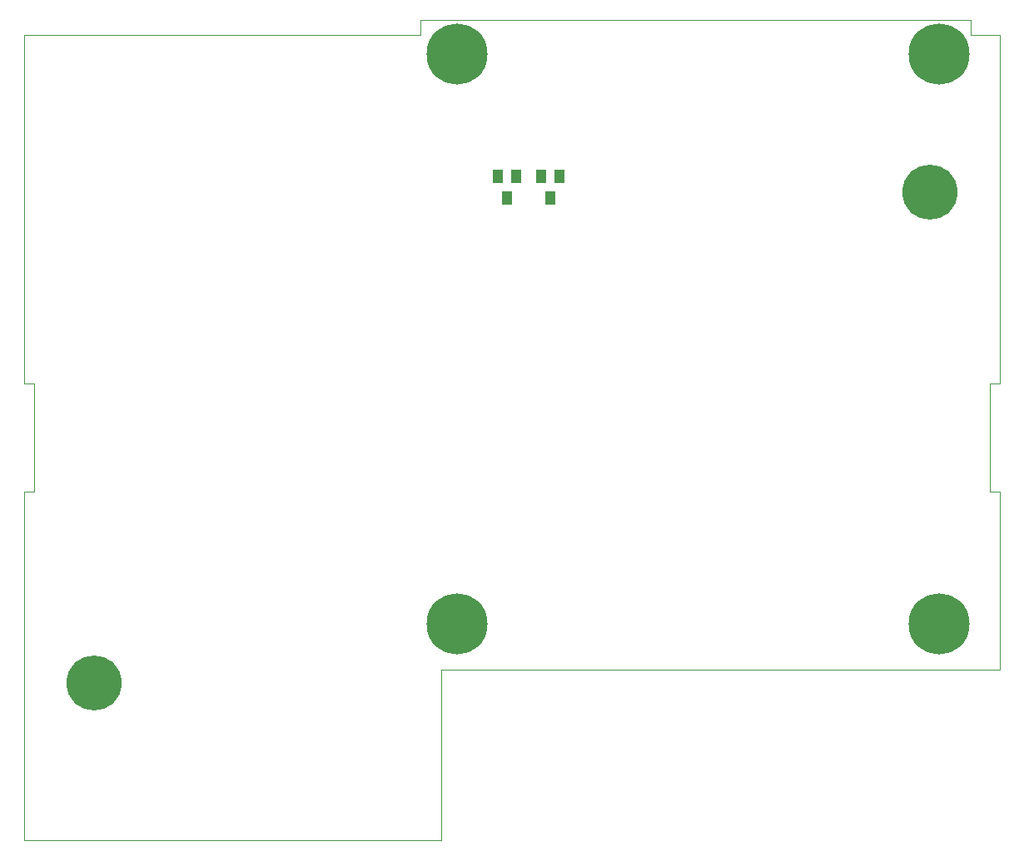
<source format=gts>
G04 This is an RS-274x file exported by *
G04 gerbv version 2.9.8~c604ef *
G04 More information is available about gerbv at *
G04 https://gerbv.github.io/ *
G04 --End of header info--*
%MOIN*%
%FSLAX36Y36*%
%IPPOS*%
%INStop Mask top*%
G04 --Define apertures--*
%ADD10C,0.0000*%
%ADD11C,0.0984*%
%ADD12C,0.2441*%
%ADD13C,0.2205*%
%ADD14C,0.0768*%
%ADD15C,0.0984*%
%ADD16C,0.0650*%
%ADD17C,0.1378*%
%ADD18R,0.0540X0.0540*%
%ADD19C,0.0540*%
%ADD20C,0.1000*%
%ADD21C,0.1063*%
%ADD22R,0.0650X0.0650*%
%ADD23P,0.0575X8.0000X292.5000*%
%ADD24P,0.0520X8.0000X112.5000*%
%ADD25P,0.0520X8.0000X292.5000*%
%ADD26P,0.0520X8.0000X22.5000*%
%ADD27P,0.0520X8.0000X202.5000*%
%ADD28C,0.0591*%
%ADD29R,0.0394X0.0551*%
%ADD30P,0.0575X8.0000X112.5000*%
G04 --Start main section--*
G54D10*
G01X0000000Y0000000D02*
G01X1669291Y0000000D01*
G01X1669291Y0000000D02*
G01X1669291Y0683071D01*
G01X1669291Y0683071D02*
G01X3905512Y0683071D01*
G01X3905512Y0683071D02*
G01X3905512Y1397638D01*
G01X3905512Y1397638D02*
G01X3866142Y1397638D01*
G01X3866142Y1397638D02*
G01X3866142Y1830709D01*
G01X3866142Y1830709D02*
G01X3905512Y1830709D01*
G01X3905512Y1830709D02*
G01X3905512Y3228346D01*
G01X3905512Y3228346D02*
G01X3787402Y3228346D01*
G01X3787402Y3228346D02*
G01X3787402Y3287402D01*
G01X3787402Y3287402D02*
G01X1586614Y3287402D01*
G01X1586614Y3287402D02*
G01X1586614Y3228346D01*
G01X1586614Y3228346D02*
G01X0000000Y3228346D01*
G01X0000000Y3228346D02*
G01X0000000Y1830709D01*
G01X0000000Y1830709D02*
G01X0039370Y1830709D01*
G01X0039370Y1830709D02*
G01X0039370Y1397638D01*
G01X0039370Y1397638D02*
G01X0000000Y1397638D01*
G01X0000000Y1397638D02*
G01X0000000Y0000000D01*
G01X0230315Y0629921D02*
G01X0230331Y0631130D01*
G01X0230331Y0631130D02*
G01X0230374Y0632335D01*
G01X0230374Y0632335D02*
G01X0230449Y0633543D01*
G01X0230449Y0633543D02*
G01X0230551Y0634744D01*
G01X0230551Y0634744D02*
G01X0230685Y0635945D01*
G01X0230685Y0635945D02*
G01X0230846Y0637142D01*
G01X0230846Y0637142D02*
G01X0231039Y0638335D01*
G01X0231039Y0638335D02*
G01X0231260Y0639524D01*
G01X0231260Y0639524D02*
G01X0231512Y0640705D01*
G01X0231512Y0640705D02*
G01X0231791Y0641878D01*
G01X0231791Y0641878D02*
G01X0232098Y0643047D01*
G01X0232098Y0643047D02*
G01X0232433Y0644209D01*
G01X0232433Y0644209D02*
G01X0232799Y0645358D01*
G01X0232799Y0645358D02*
G01X0233193Y0646500D01*
G01X0233193Y0646500D02*
G01X0233614Y0647634D01*
G01X0233614Y0647634D02*
G01X0234063Y0648756D01*
G01X0234063Y0648756D02*
G01X0234535Y0649866D01*
G01X0234535Y0649866D02*
G01X0235039Y0650961D01*
G01X0235039Y0650961D02*
G01X0235571Y0652047D01*
G01X0235571Y0652047D02*
G01X0236126Y0653118D01*
G01X0236126Y0653118D02*
G01X0236709Y0654177D01*
G01X0236709Y0654177D02*
G01X0237315Y0655220D01*
G01X0237315Y0655220D02*
G01X0237949Y0656248D01*
G01X0237949Y0656248D02*
G01X0238610Y0657264D01*
G01X0238610Y0657264D02*
G01X0239291Y0658260D01*
G01X0239291Y0658260D02*
G01X0240000Y0659236D01*
G01X0240000Y0659236D02*
G01X0240732Y0660197D01*
G01X0240732Y0660197D02*
G01X0241484Y0661142D01*
G01X0241484Y0661142D02*
G01X0242264Y0662067D01*
G01X0242264Y0662067D02*
G01X0243063Y0662969D01*
G01X0243063Y0662969D02*
G01X0243886Y0663854D01*
G01X0243886Y0663854D02*
G01X0244728Y0664720D01*
G01X0244728Y0664720D02*
G01X0245594Y0665563D01*
G01X0245594Y0665563D02*
G01X0246480Y0666386D01*
G01X0246480Y0666386D02*
G01X0247382Y0667185D01*
G01X0247382Y0667185D02*
G01X0248307Y0667965D01*
G01X0248307Y0667965D02*
G01X0249252Y0668717D01*
G01X0249252Y0668717D02*
G01X0250213Y0669449D01*
G01X0250213Y0669449D02*
G01X0251189Y0670157D01*
G01X0251189Y0670157D02*
G01X0252185Y0670839D01*
G01X0252185Y0670839D02*
G01X0253201Y0671500D01*
G01X0253201Y0671500D02*
G01X0254228Y0672134D01*
G01X0254228Y0672134D02*
G01X0255272Y0672740D01*
G01X0255272Y0672740D02*
G01X0256331Y0673323D01*
G01X0256331Y0673323D02*
G01X0257402Y0673878D01*
G01X0257402Y0673878D02*
G01X0258488Y0674409D01*
G01X0258488Y0674409D02*
G01X0259583Y0674913D01*
G01X0259583Y0674913D02*
G01X0260693Y0675386D01*
G01X0260693Y0675386D02*
G01X0261815Y0675835D01*
G01X0261815Y0675835D02*
G01X0262949Y0676256D01*
G01X0262949Y0676256D02*
G01X0264091Y0676650D01*
G01X0264091Y0676650D02*
G01X0265240Y0677016D01*
G01X0265240Y0677016D02*
G01X0266402Y0677350D01*
G01X0266402Y0677350D02*
G01X0267571Y0677657D01*
G01X0267571Y0677657D02*
G01X0268744Y0677937D01*
G01X0268744Y0677937D02*
G01X0269925Y0678189D01*
G01X0269925Y0678189D02*
G01X0271114Y0678409D01*
G01X0271114Y0678409D02*
G01X0272307Y0678602D01*
G01X0272307Y0678602D02*
G01X0273504Y0678764D01*
G01X0273504Y0678764D02*
G01X0274705Y0678898D01*
G01X0274705Y0678898D02*
G01X0275906Y0679000D01*
G01X0275906Y0679000D02*
G01X0277114Y0679075D01*
G01X0277114Y0679075D02*
G01X0278319Y0679118D01*
G01X0278319Y0679118D02*
G01X0279528Y0679134D01*
G01X0279528Y0679134D02*
G01X0280736Y0679118D01*
G01X0280736Y0679118D02*
G01X0281941Y0679075D01*
G01X0281941Y0679075D02*
G01X0283150Y0679000D01*
G01X0283150Y0679000D02*
G01X0284350Y0678898D01*
G01X0284350Y0678898D02*
G01X0285551Y0678764D01*
G01X0285551Y0678764D02*
G01X0286748Y0678602D01*
G01X0286748Y0678602D02*
G01X0287941Y0678409D01*
G01X0287941Y0678409D02*
G01X0289130Y0678189D01*
G01X0289130Y0678189D02*
G01X0290311Y0677937D01*
G01X0290311Y0677937D02*
G01X0291484Y0677657D01*
G01X0291484Y0677657D02*
G01X0292654Y0677350D01*
G01X0292654Y0677350D02*
G01X0293815Y0677016D01*
G01X0293815Y0677016D02*
G01X0294965Y0676650D01*
G01X0294965Y0676650D02*
G01X0296106Y0676256D01*
G01X0296106Y0676256D02*
G01X0297240Y0675835D01*
G01X0297240Y0675835D02*
G01X0298362Y0675386D01*
G01X0298362Y0675386D02*
G01X0299472Y0674913D01*
G01X0299472Y0674913D02*
G01X0300567Y0674409D01*
G01X0300567Y0674409D02*
G01X0301654Y0673878D01*
G01X0301654Y0673878D02*
G01X0302724Y0673323D01*
G01X0302724Y0673323D02*
G01X0303783Y0672740D01*
G01X0303783Y0672740D02*
G01X0304827Y0672134D01*
G01X0304827Y0672134D02*
G01X0305854Y0671500D01*
G01X0305854Y0671500D02*
G01X0306870Y0670839D01*
G01X0306870Y0670839D02*
G01X0307866Y0670157D01*
G01X0307866Y0670157D02*
G01X0308843Y0669449D01*
G01X0308843Y0669449D02*
G01X0309803Y0668717D01*
G01X0309803Y0668717D02*
G01X0310748Y0667965D01*
G01X0310748Y0667965D02*
G01X0311673Y0667185D01*
G01X0311673Y0667185D02*
G01X0312575Y0666386D01*
G01X0312575Y0666386D02*
G01X0313461Y0665563D01*
G01X0313461Y0665563D02*
G01X0314327Y0664720D01*
G01X0314327Y0664720D02*
G01X0315169Y0663854D01*
G01X0315169Y0663854D02*
G01X0315992Y0662969D01*
G01X0315992Y0662969D02*
G01X0316791Y0662067D01*
G01X0316791Y0662067D02*
G01X0317571Y0661142D01*
G01X0317571Y0661142D02*
G01X0318323Y0660197D01*
G01X0318323Y0660197D02*
G01X0319055Y0659236D01*
G01X0319055Y0659236D02*
G01X0319764Y0658260D01*
G01X0319764Y0658260D02*
G01X0320445Y0657264D01*
G01X0320445Y0657264D02*
G01X0321106Y0656248D01*
G01X0321106Y0656248D02*
G01X0321740Y0655220D01*
G01X0321740Y0655220D02*
G01X0322346Y0654177D01*
G01X0322346Y0654177D02*
G01X0322929Y0653118D01*
G01X0322929Y0653118D02*
G01X0323484Y0652047D01*
G01X0323484Y0652047D02*
G01X0324016Y0650961D01*
G01X0324016Y0650961D02*
G01X0324520Y0649866D01*
G01X0324520Y0649866D02*
G01X0324992Y0648756D01*
G01X0324992Y0648756D02*
G01X0325441Y0647634D01*
G01X0325441Y0647634D02*
G01X0325862Y0646500D01*
G01X0325862Y0646500D02*
G01X0326256Y0645358D01*
G01X0326256Y0645358D02*
G01X0326622Y0644209D01*
G01X0326622Y0644209D02*
G01X0326957Y0643047D01*
G01X0326957Y0643047D02*
G01X0327264Y0641878D01*
G01X0327264Y0641878D02*
G01X0327543Y0640705D01*
G01X0327543Y0640705D02*
G01X0327795Y0639524D01*
G01X0327795Y0639524D02*
G01X0328016Y0638335D01*
G01X0328016Y0638335D02*
G01X0328209Y0637142D01*
G01X0328209Y0637142D02*
G01X0328370Y0635945D01*
G01X0328370Y0635945D02*
G01X0328504Y0634744D01*
G01X0328504Y0634744D02*
G01X0328606Y0633543D01*
G01X0328606Y0633543D02*
G01X0328681Y0632335D01*
G01X0328681Y0632335D02*
G01X0328724Y0631130D01*
G01X0328724Y0631130D02*
G01X0328740Y0629921D01*
G01X0328740Y0629921D02*
G01X0328724Y0628713D01*
G01X0328724Y0628713D02*
G01X0328681Y0627508D01*
G01X0328681Y0627508D02*
G01X0328606Y0626299D01*
G01X0328606Y0626299D02*
G01X0328504Y0625098D01*
G01X0328504Y0625098D02*
G01X0328370Y0623898D01*
G01X0328370Y0623898D02*
G01X0328209Y0622701D01*
G01X0328209Y0622701D02*
G01X0328016Y0621508D01*
G01X0328016Y0621508D02*
G01X0327795Y0620319D01*
G01X0327795Y0620319D02*
G01X0327543Y0619138D01*
G01X0327543Y0619138D02*
G01X0327264Y0617965D01*
G01X0327264Y0617965D02*
G01X0326957Y0616795D01*
G01X0326957Y0616795D02*
G01X0326622Y0615634D01*
G01X0326622Y0615634D02*
G01X0326256Y0614484D01*
G01X0326256Y0614484D02*
G01X0325862Y0613343D01*
G01X0325862Y0613343D02*
G01X0325441Y0612209D01*
G01X0325441Y0612209D02*
G01X0324992Y0611087D01*
G01X0324992Y0611087D02*
G01X0324520Y0609976D01*
G01X0324520Y0609976D02*
G01X0324016Y0608882D01*
G01X0324016Y0608882D02*
G01X0323484Y0607795D01*
G01X0323484Y0607795D02*
G01X0322929Y0606724D01*
G01X0322929Y0606724D02*
G01X0322346Y0605665D01*
G01X0322346Y0605665D02*
G01X0321740Y0604622D01*
G01X0321740Y0604622D02*
G01X0321106Y0603594D01*
G01X0321106Y0603594D02*
G01X0320445Y0602579D01*
G01X0320445Y0602579D02*
G01X0319764Y0601583D01*
G01X0319764Y0601583D02*
G01X0319055Y0600606D01*
G01X0319055Y0600606D02*
G01X0318323Y0599646D01*
G01X0318323Y0599646D02*
G01X0317571Y0598701D01*
G01X0317571Y0598701D02*
G01X0316791Y0597776D01*
G01X0316791Y0597776D02*
G01X0315992Y0596874D01*
G01X0315992Y0596874D02*
G01X0315169Y0595988D01*
G01X0315169Y0595988D02*
G01X0314327Y0595122D01*
G01X0314327Y0595122D02*
G01X0313461Y0594280D01*
G01X0313461Y0594280D02*
G01X0312575Y0593457D01*
G01X0312575Y0593457D02*
G01X0311673Y0592657D01*
G01X0311673Y0592657D02*
G01X0310748Y0591878D01*
G01X0310748Y0591878D02*
G01X0309803Y0591126D01*
G01X0309803Y0591126D02*
G01X0308843Y0590394D01*
G01X0308843Y0590394D02*
G01X0307866Y0589685D01*
G01X0307866Y0589685D02*
G01X0306870Y0589004D01*
G01X0306870Y0589004D02*
G01X0305854Y0588343D01*
G01X0305854Y0588343D02*
G01X0304827Y0587709D01*
G01X0304827Y0587709D02*
G01X0303783Y0587102D01*
G01X0303783Y0587102D02*
G01X0302724Y0586520D01*
G01X0302724Y0586520D02*
G01X0301654Y0585965D01*
G01X0301654Y0585965D02*
G01X0300567Y0585433D01*
G01X0300567Y0585433D02*
G01X0299472Y0584929D01*
G01X0299472Y0584929D02*
G01X0298362Y0584457D01*
G01X0298362Y0584457D02*
G01X0297240Y0584008D01*
G01X0297240Y0584008D02*
G01X0296106Y0583587D01*
G01X0296106Y0583587D02*
G01X0294965Y0583193D01*
G01X0294965Y0583193D02*
G01X0293815Y0582827D01*
G01X0293815Y0582827D02*
G01X0292654Y0582492D01*
G01X0292654Y0582492D02*
G01X0291484Y0582185D01*
G01X0291484Y0582185D02*
G01X0290311Y0581906D01*
G01X0290311Y0581906D02*
G01X0289130Y0581654D01*
G01X0289130Y0581654D02*
G01X0287941Y0581433D01*
G01X0287941Y0581433D02*
G01X0286748Y0581240D01*
G01X0286748Y0581240D02*
G01X0285551Y0581079D01*
G01X0285551Y0581079D02*
G01X0284350Y0580945D01*
G01X0284350Y0580945D02*
G01X0283150Y0580843D01*
G01X0283150Y0580843D02*
G01X0281941Y0580768D01*
G01X0281941Y0580768D02*
G01X0280736Y0580724D01*
G01X0280736Y0580724D02*
G01X0279528Y0580709D01*
G01X0279528Y0580709D02*
G01X0278319Y0580724D01*
G01X0278319Y0580724D02*
G01X0277114Y0580768D01*
G01X0277114Y0580768D02*
G01X0275906Y0580843D01*
G01X0275906Y0580843D02*
G01X0274705Y0580945D01*
G01X0274705Y0580945D02*
G01X0273504Y0581079D01*
G01X0273504Y0581079D02*
G01X0272307Y0581240D01*
G01X0272307Y0581240D02*
G01X0271114Y0581433D01*
G01X0271114Y0581433D02*
G01X0269925Y0581654D01*
G01X0269925Y0581654D02*
G01X0268744Y0581906D01*
G01X0268744Y0581906D02*
G01X0267571Y0582185D01*
G01X0267571Y0582185D02*
G01X0266402Y0582492D01*
G01X0266402Y0582492D02*
G01X0265240Y0582827D01*
G01X0265240Y0582827D02*
G01X0264091Y0583193D01*
G01X0264091Y0583193D02*
G01X0262949Y0583587D01*
G01X0262949Y0583587D02*
G01X0261815Y0584008D01*
G01X0261815Y0584008D02*
G01X0260693Y0584457D01*
G01X0260693Y0584457D02*
G01X0259583Y0584929D01*
G01X0259583Y0584929D02*
G01X0258488Y0585433D01*
G01X0258488Y0585433D02*
G01X0257402Y0585965D01*
G01X0257402Y0585965D02*
G01X0256331Y0586520D01*
G01X0256331Y0586520D02*
G01X0255272Y0587102D01*
G01X0255272Y0587102D02*
G01X0254228Y0587709D01*
G01X0254228Y0587709D02*
G01X0253201Y0588343D01*
G01X0253201Y0588343D02*
G01X0252185Y0589004D01*
G01X0252185Y0589004D02*
G01X0251189Y0589685D01*
G01X0251189Y0589685D02*
G01X0250213Y0590394D01*
G01X0250213Y0590394D02*
G01X0249252Y0591126D01*
G01X0249252Y0591126D02*
G01X0248307Y0591878D01*
G01X0248307Y0591878D02*
G01X0247382Y0592657D01*
G01X0247382Y0592657D02*
G01X0246480Y0593457D01*
G01X0246480Y0593457D02*
G01X0245594Y0594280D01*
G01X0245594Y0594280D02*
G01X0244728Y0595122D01*
G01X0244728Y0595122D02*
G01X0243886Y0595988D01*
G01X0243886Y0595988D02*
G01X0243063Y0596874D01*
G01X0243063Y0596874D02*
G01X0242264Y0597776D01*
G01X0242264Y0597776D02*
G01X0241484Y0598701D01*
G01X0241484Y0598701D02*
G01X0240732Y0599646D01*
G01X0240732Y0599646D02*
G01X0240000Y0600606D01*
G01X0240000Y0600606D02*
G01X0239291Y0601583D01*
G01X0239291Y0601583D02*
G01X0238610Y0602579D01*
G01X0238610Y0602579D02*
G01X0237949Y0603594D01*
G01X0237949Y0603594D02*
G01X0237315Y0604622D01*
G01X0237315Y0604622D02*
G01X0236709Y0605665D01*
G01X0236709Y0605665D02*
G01X0236126Y0606724D01*
G01X0236126Y0606724D02*
G01X0235571Y0607795D01*
G01X0235571Y0607795D02*
G01X0235039Y0608882D01*
G01X0235039Y0608882D02*
G01X0234535Y0609976D01*
G01X0234535Y0609976D02*
G01X0234063Y0611087D01*
G01X0234063Y0611087D02*
G01X0233614Y0612209D01*
G01X0233614Y0612209D02*
G01X0233193Y0613343D01*
G01X0233193Y0613343D02*
G01X0232799Y0614484D01*
G01X0232799Y0614484D02*
G01X0232433Y0615634D01*
G01X0232433Y0615634D02*
G01X0232098Y0616795D01*
G01X0232098Y0616795D02*
G01X0231791Y0617965D01*
G01X0231791Y0617965D02*
G01X0231512Y0619138D01*
G01X0231512Y0619138D02*
G01X0231260Y0620319D01*
G01X0231260Y0620319D02*
G01X0231039Y0621508D01*
G01X0231039Y0621508D02*
G01X0230846Y0622701D01*
G01X0230846Y0622701D02*
G01X0230685Y0623898D01*
G01X0230685Y0623898D02*
G01X0230551Y0625098D01*
G01X0230551Y0625098D02*
G01X0230449Y0626299D01*
G01X0230449Y0626299D02*
G01X0230374Y0627508D01*
G01X0230374Y0627508D02*
G01X0230331Y0628713D01*
G01X0230331Y0628713D02*
G01X0230315Y0629921D01*
G54D11*
G01X0279528Y0629921D03*
G54D10*
G01X3576772Y2598425D02*
G01X3576787Y2599634D01*
G01X3576787Y2599634D02*
G01X3576831Y2600839D01*
G01X3576831Y2600839D02*
G01X3576906Y2602047D01*
G01X3576906Y2602047D02*
G01X3577008Y2603248D01*
G01X3577008Y2603248D02*
G01X3577142Y2604449D01*
G01X3577142Y2604449D02*
G01X3577303Y2605646D01*
G01X3577303Y2605646D02*
G01X3577496Y2606839D01*
G01X3577496Y2606839D02*
G01X3577717Y2608028D01*
G01X3577717Y2608028D02*
G01X3577969Y2609209D01*
G01X3577969Y2609209D02*
G01X3578248Y2610382D01*
G01X3578248Y2610382D02*
G01X3578555Y2611551D01*
G01X3578555Y2611551D02*
G01X3578890Y2612713D01*
G01X3578890Y2612713D02*
G01X3579256Y2613862D01*
G01X3579256Y2613862D02*
G01X3579650Y2615004D01*
G01X3579650Y2615004D02*
G01X3580071Y2616138D01*
G01X3580071Y2616138D02*
G01X3580520Y2617260D01*
G01X3580520Y2617260D02*
G01X3580992Y2618370D01*
G01X3580992Y2618370D02*
G01X3581496Y2619465D01*
G01X3581496Y2619465D02*
G01X3582028Y2620551D01*
G01X3582028Y2620551D02*
G01X3582583Y2621622D01*
G01X3582583Y2621622D02*
G01X3583165Y2622681D01*
G01X3583165Y2622681D02*
G01X3583772Y2623724D01*
G01X3583772Y2623724D02*
G01X3584406Y2624752D01*
G01X3584406Y2624752D02*
G01X3585067Y2625768D01*
G01X3585067Y2625768D02*
G01X3585748Y2626764D01*
G01X3585748Y2626764D02*
G01X3586457Y2627740D01*
G01X3586457Y2627740D02*
G01X3587189Y2628701D01*
G01X3587189Y2628701D02*
G01X3587941Y2629646D01*
G01X3587941Y2629646D02*
G01X3588720Y2630571D01*
G01X3588720Y2630571D02*
G01X3589520Y2631472D01*
G01X3589520Y2631472D02*
G01X3590343Y2632358D01*
G01X3590343Y2632358D02*
G01X3591185Y2633224D01*
G01X3591185Y2633224D02*
G01X3592051Y2634067D01*
G01X3592051Y2634067D02*
G01X3592937Y2634890D01*
G01X3592937Y2634890D02*
G01X3593839Y2635689D01*
G01X3593839Y2635689D02*
G01X3594764Y2636469D01*
G01X3594764Y2636469D02*
G01X3595709Y2637220D01*
G01X3595709Y2637220D02*
G01X3596669Y2637953D01*
G01X3596669Y2637953D02*
G01X3597646Y2638661D01*
G01X3597646Y2638661D02*
G01X3598642Y2639343D01*
G01X3598642Y2639343D02*
G01X3599657Y2640004D01*
G01X3599657Y2640004D02*
G01X3600685Y2640638D01*
G01X3600685Y2640638D02*
G01X3601728Y2641244D01*
G01X3601728Y2641244D02*
G01X3602787Y2641827D01*
G01X3602787Y2641827D02*
G01X3603858Y2642382D01*
G01X3603858Y2642382D02*
G01X3604945Y2642913D01*
G01X3604945Y2642913D02*
G01X3606039Y2643417D01*
G01X3606039Y2643417D02*
G01X3607150Y2643890D01*
G01X3607150Y2643890D02*
G01X3608272Y2644339D01*
G01X3608272Y2644339D02*
G01X3609406Y2644760D01*
G01X3609406Y2644760D02*
G01X3610547Y2645154D01*
G01X3610547Y2645154D02*
G01X3611697Y2645520D01*
G01X3611697Y2645520D02*
G01X3612858Y2645854D01*
G01X3612858Y2645854D02*
G01X3614028Y2646161D01*
G01X3614028Y2646161D02*
G01X3615201Y2646441D01*
G01X3615201Y2646441D02*
G01X3616382Y2646693D01*
G01X3616382Y2646693D02*
G01X3617571Y2646913D01*
G01X3617571Y2646913D02*
G01X3618764Y2647106D01*
G01X3618764Y2647106D02*
G01X3619961Y2647268D01*
G01X3619961Y2647268D02*
G01X3621161Y2647402D01*
G01X3621161Y2647402D02*
G01X3622362Y2647504D01*
G01X3622362Y2647504D02*
G01X3623571Y2647579D01*
G01X3623571Y2647579D02*
G01X3624776Y2647622D01*
G01X3624776Y2647622D02*
G01X3625984Y2647638D01*
G01X3625984Y2647638D02*
G01X3627193Y2647622D01*
G01X3627193Y2647622D02*
G01X3628398Y2647579D01*
G01X3628398Y2647579D02*
G01X3629606Y2647504D01*
G01X3629606Y2647504D02*
G01X3630807Y2647402D01*
G01X3630807Y2647402D02*
G01X3632008Y2647268D01*
G01X3632008Y2647268D02*
G01X3633205Y2647106D01*
G01X3633205Y2647106D02*
G01X3634398Y2646913D01*
G01X3634398Y2646913D02*
G01X3635587Y2646693D01*
G01X3635587Y2646693D02*
G01X3636768Y2646441D01*
G01X3636768Y2646441D02*
G01X3637941Y2646161D01*
G01X3637941Y2646161D02*
G01X3639110Y2645854D01*
G01X3639110Y2645854D02*
G01X3640272Y2645520D01*
G01X3640272Y2645520D02*
G01X3641421Y2645154D01*
G01X3641421Y2645154D02*
G01X3642563Y2644760D01*
G01X3642563Y2644760D02*
G01X3643697Y2644339D01*
G01X3643697Y2644339D02*
G01X3644819Y2643890D01*
G01X3644819Y2643890D02*
G01X3645929Y2643417D01*
G01X3645929Y2643417D02*
G01X3647024Y2642913D01*
G01X3647024Y2642913D02*
G01X3648110Y2642382D01*
G01X3648110Y2642382D02*
G01X3649181Y2641827D01*
G01X3649181Y2641827D02*
G01X3650240Y2641244D01*
G01X3650240Y2641244D02*
G01X3651283Y2640638D01*
G01X3651283Y2640638D02*
G01X3652311Y2640004D01*
G01X3652311Y2640004D02*
G01X3653327Y2639343D01*
G01X3653327Y2639343D02*
G01X3654323Y2638661D01*
G01X3654323Y2638661D02*
G01X3655299Y2637953D01*
G01X3655299Y2637953D02*
G01X3656260Y2637220D01*
G01X3656260Y2637220D02*
G01X3657205Y2636469D01*
G01X3657205Y2636469D02*
G01X3658130Y2635689D01*
G01X3658130Y2635689D02*
G01X3659031Y2634890D01*
G01X3659031Y2634890D02*
G01X3659917Y2634067D01*
G01X3659917Y2634067D02*
G01X3660783Y2633224D01*
G01X3660783Y2633224D02*
G01X3661626Y2632358D01*
G01X3661626Y2632358D02*
G01X3662449Y2631472D01*
G01X3662449Y2631472D02*
G01X3663248Y2630571D01*
G01X3663248Y2630571D02*
G01X3664028Y2629646D01*
G01X3664028Y2629646D02*
G01X3664780Y2628701D01*
G01X3664780Y2628701D02*
G01X3665512Y2627740D01*
G01X3665512Y2627740D02*
G01X3666220Y2626764D01*
G01X3666220Y2626764D02*
G01X3666902Y2625768D01*
G01X3666902Y2625768D02*
G01X3667563Y2624752D01*
G01X3667563Y2624752D02*
G01X3668197Y2623724D01*
G01X3668197Y2623724D02*
G01X3668803Y2622681D01*
G01X3668803Y2622681D02*
G01X3669386Y2621622D01*
G01X3669386Y2621622D02*
G01X3669941Y2620551D01*
G01X3669941Y2620551D02*
G01X3670472Y2619465D01*
G01X3670472Y2619465D02*
G01X3670976Y2618370D01*
G01X3670976Y2618370D02*
G01X3671449Y2617260D01*
G01X3671449Y2617260D02*
G01X3671898Y2616138D01*
G01X3671898Y2616138D02*
G01X3672319Y2615004D01*
G01X3672319Y2615004D02*
G01X3672713Y2613862D01*
G01X3672713Y2613862D02*
G01X3673079Y2612713D01*
G01X3673079Y2612713D02*
G01X3673413Y2611551D01*
G01X3673413Y2611551D02*
G01X3673720Y2610382D01*
G01X3673720Y2610382D02*
G01X3674000Y2609209D01*
G01X3674000Y2609209D02*
G01X3674252Y2608028D01*
G01X3674252Y2608028D02*
G01X3674472Y2606839D01*
G01X3674472Y2606839D02*
G01X3674665Y2605646D01*
G01X3674665Y2605646D02*
G01X3674827Y2604449D01*
G01X3674827Y2604449D02*
G01X3674961Y2603248D01*
G01X3674961Y2603248D02*
G01X3675063Y2602047D01*
G01X3675063Y2602047D02*
G01X3675138Y2600839D01*
G01X3675138Y2600839D02*
G01X3675181Y2599634D01*
G01X3675181Y2599634D02*
G01X3675197Y2598425D01*
G01X3675197Y2598425D02*
G01X3675181Y2597217D01*
G01X3675181Y2597217D02*
G01X3675138Y2596012D01*
G01X3675138Y2596012D02*
G01X3675063Y2594803D01*
G01X3675063Y2594803D02*
G01X3674961Y2593602D01*
G01X3674961Y2593602D02*
G01X3674827Y2592402D01*
G01X3674827Y2592402D02*
G01X3674665Y2591205D01*
G01X3674665Y2591205D02*
G01X3674472Y2590012D01*
G01X3674472Y2590012D02*
G01X3674252Y2588823D01*
G01X3674252Y2588823D02*
G01X3674000Y2587642D01*
G01X3674000Y2587642D02*
G01X3673720Y2586469D01*
G01X3673720Y2586469D02*
G01X3673413Y2585299D01*
G01X3673413Y2585299D02*
G01X3673079Y2584138D01*
G01X3673079Y2584138D02*
G01X3672713Y2582988D01*
G01X3672713Y2582988D02*
G01X3672319Y2581846D01*
G01X3672319Y2581846D02*
G01X3671898Y2580713D01*
G01X3671898Y2580713D02*
G01X3671449Y2579591D01*
G01X3671449Y2579591D02*
G01X3670976Y2578480D01*
G01X3670976Y2578480D02*
G01X3670472Y2577386D01*
G01X3670472Y2577386D02*
G01X3669941Y2576299D01*
G01X3669941Y2576299D02*
G01X3669386Y2575228D01*
G01X3669386Y2575228D02*
G01X3668803Y2574169D01*
G01X3668803Y2574169D02*
G01X3668197Y2573126D01*
G01X3668197Y2573126D02*
G01X3667563Y2572098D01*
G01X3667563Y2572098D02*
G01X3666902Y2571083D01*
G01X3666902Y2571083D02*
G01X3666220Y2570087D01*
G01X3666220Y2570087D02*
G01X3665512Y2569110D01*
G01X3665512Y2569110D02*
G01X3664780Y2568150D01*
G01X3664780Y2568150D02*
G01X3664028Y2567205D01*
G01X3664028Y2567205D02*
G01X3663248Y2566280D01*
G01X3663248Y2566280D02*
G01X3662449Y2565378D01*
G01X3662449Y2565378D02*
G01X3661626Y2564492D01*
G01X3661626Y2564492D02*
G01X3660783Y2563626D01*
G01X3660783Y2563626D02*
G01X3659917Y2562783D01*
G01X3659917Y2562783D02*
G01X3659031Y2561961D01*
G01X3659031Y2561961D02*
G01X3658130Y2561161D01*
G01X3658130Y2561161D02*
G01X3657205Y2560382D01*
G01X3657205Y2560382D02*
G01X3656260Y2559630D01*
G01X3656260Y2559630D02*
G01X3655299Y2558898D01*
G01X3655299Y2558898D02*
G01X3654323Y2558189D01*
G01X3654323Y2558189D02*
G01X3653327Y2557508D01*
G01X3653327Y2557508D02*
G01X3652311Y2556846D01*
G01X3652311Y2556846D02*
G01X3651283Y2556213D01*
G01X3651283Y2556213D02*
G01X3650240Y2555606D01*
G01X3650240Y2555606D02*
G01X3649181Y2555024D01*
G01X3649181Y2555024D02*
G01X3648110Y2554469D01*
G01X3648110Y2554469D02*
G01X3647024Y2553937D01*
G01X3647024Y2553937D02*
G01X3645929Y2553433D01*
G01X3645929Y2553433D02*
G01X3644819Y2552961D01*
G01X3644819Y2552961D02*
G01X3643697Y2552512D01*
G01X3643697Y2552512D02*
G01X3642563Y2552091D01*
G01X3642563Y2552091D02*
G01X3641421Y2551697D01*
G01X3641421Y2551697D02*
G01X3640272Y2551331D01*
G01X3640272Y2551331D02*
G01X3639110Y2550996D01*
G01X3639110Y2550996D02*
G01X3637941Y2550689D01*
G01X3637941Y2550689D02*
G01X3636768Y2550409D01*
G01X3636768Y2550409D02*
G01X3635587Y2550157D01*
G01X3635587Y2550157D02*
G01X3634398Y2549937D01*
G01X3634398Y2549937D02*
G01X3633205Y2549744D01*
G01X3633205Y2549744D02*
G01X3632008Y2549583D01*
G01X3632008Y2549583D02*
G01X3630807Y2549449D01*
G01X3630807Y2549449D02*
G01X3629606Y2549346D01*
G01X3629606Y2549346D02*
G01X3628398Y2549272D01*
G01X3628398Y2549272D02*
G01X3627193Y2549228D01*
G01X3627193Y2549228D02*
G01X3625984Y2549213D01*
G01X3625984Y2549213D02*
G01X3624776Y2549228D01*
G01X3624776Y2549228D02*
G01X3623571Y2549272D01*
G01X3623571Y2549272D02*
G01X3622362Y2549346D01*
G01X3622362Y2549346D02*
G01X3621161Y2549449D01*
G01X3621161Y2549449D02*
G01X3619961Y2549583D01*
G01X3619961Y2549583D02*
G01X3618764Y2549744D01*
G01X3618764Y2549744D02*
G01X3617571Y2549937D01*
G01X3617571Y2549937D02*
G01X3616382Y2550157D01*
G01X3616382Y2550157D02*
G01X3615201Y2550409D01*
G01X3615201Y2550409D02*
G01X3614028Y2550689D01*
G01X3614028Y2550689D02*
G01X3612858Y2550996D01*
G01X3612858Y2550996D02*
G01X3611697Y2551331D01*
G01X3611697Y2551331D02*
G01X3610547Y2551697D01*
G01X3610547Y2551697D02*
G01X3609406Y2552091D01*
G01X3609406Y2552091D02*
G01X3608272Y2552512D01*
G01X3608272Y2552512D02*
G01X3607150Y2552961D01*
G01X3607150Y2552961D02*
G01X3606039Y2553433D01*
G01X3606039Y2553433D02*
G01X3604945Y2553937D01*
G01X3604945Y2553937D02*
G01X3603858Y2554469D01*
G01X3603858Y2554469D02*
G01X3602787Y2555024D01*
G01X3602787Y2555024D02*
G01X3601728Y2555606D01*
G01X3601728Y2555606D02*
G01X3600685Y2556213D01*
G01X3600685Y2556213D02*
G01X3599657Y2556846D01*
G01X3599657Y2556846D02*
G01X3598642Y2557508D01*
G01X3598642Y2557508D02*
G01X3597646Y2558189D01*
G01X3597646Y2558189D02*
G01X3596669Y2558898D01*
G01X3596669Y2558898D02*
G01X3595709Y2559630D01*
G01X3595709Y2559630D02*
G01X3594764Y2560382D01*
G01X3594764Y2560382D02*
G01X3593839Y2561161D01*
G01X3593839Y2561161D02*
G01X3592937Y2561961D01*
G01X3592937Y2561961D02*
G01X3592051Y2562783D01*
G01X3592051Y2562783D02*
G01X3591185Y2563626D01*
G01X3591185Y2563626D02*
G01X3590343Y2564492D01*
G01X3590343Y2564492D02*
G01X3589520Y2565378D01*
G01X3589520Y2565378D02*
G01X3588720Y2566280D01*
G01X3588720Y2566280D02*
G01X3587941Y2567205D01*
G01X3587941Y2567205D02*
G01X3587189Y2568150D01*
G01X3587189Y2568150D02*
G01X3586457Y2569110D01*
G01X3586457Y2569110D02*
G01X3585748Y2570087D01*
G01X3585748Y2570087D02*
G01X3585067Y2571083D01*
G01X3585067Y2571083D02*
G01X3584406Y2572098D01*
G01X3584406Y2572098D02*
G01X3583772Y2573126D01*
G01X3583772Y2573126D02*
G01X3583165Y2574169D01*
G01X3583165Y2574169D02*
G01X3582583Y2575228D01*
G01X3582583Y2575228D02*
G01X3582028Y2576299D01*
G01X3582028Y2576299D02*
G01X3581496Y2577386D01*
G01X3581496Y2577386D02*
G01X3580992Y2578480D01*
G01X3580992Y2578480D02*
G01X3580520Y2579591D01*
G01X3580520Y2579591D02*
G01X3580071Y2580713D01*
G01X3580071Y2580713D02*
G01X3579650Y2581846D01*
G01X3579650Y2581846D02*
G01X3579256Y2582988D01*
G01X3579256Y2582988D02*
G01X3578890Y2584138D01*
G01X3578890Y2584138D02*
G01X3578555Y2585299D01*
G01X3578555Y2585299D02*
G01X3578248Y2586469D01*
G01X3578248Y2586469D02*
G01X3577969Y2587642D01*
G01X3577969Y2587642D02*
G01X3577717Y2588823D01*
G01X3577717Y2588823D02*
G01X3577496Y2590012D01*
G01X3577496Y2590012D02*
G01X3577303Y2591205D01*
G01X3577303Y2591205D02*
G01X3577142Y2592402D01*
G01X3577142Y2592402D02*
G01X3577008Y2593602D01*
G01X3577008Y2593602D02*
G01X3576906Y2594803D01*
G01X3576906Y2594803D02*
G01X3576831Y2596012D01*
G01X3576831Y2596012D02*
G01X3576787Y2597217D01*
G01X3576787Y2597217D02*
G01X3576772Y2598425D01*
G54D11*
G01X3625984Y2598425D03*
G54D12*
G01X1732283Y3149606D03*
G01X3661417Y3149606D03*
G01X3661417Y0866142D03*
G01X1732283Y0866142D03*
G54D13*
G01X0279528Y0629921D03*
G01X3625984Y2598425D03*
G54D10*
G01X3608268Y3149606D02*
G01X3608283Y3150909D01*
G01X3608283Y3150909D02*
G01X3608331Y3152213D01*
G01X3608331Y3152213D02*
G01X3608413Y3153516D01*
G01X3608413Y3153516D02*
G01X3608524Y3154815D01*
G01X3608524Y3154815D02*
G01X3608669Y3156114D01*
G01X3608669Y3156114D02*
G01X3608843Y3157406D01*
G01X3608843Y3157406D02*
G01X3609051Y3158693D01*
G01X3609051Y3158693D02*
G01X3609287Y3159976D01*
G01X3609287Y3159976D02*
G01X3609559Y3161252D01*
G01X3609559Y3161252D02*
G01X3609862Y3162520D01*
G01X3609862Y3162520D02*
G01X3610193Y3163783D01*
G01X3610193Y3163783D02*
G01X3610555Y3165035D01*
G01X3610555Y3165035D02*
G01X3610949Y3166280D01*
G01X3610949Y3166280D02*
G01X3611374Y3167512D01*
G01X3611374Y3167512D02*
G01X3611831Y3168736D01*
G01X3611831Y3168736D02*
G01X3612315Y3169945D01*
G01X3612315Y3169945D02*
G01X3612827Y3171146D01*
G01X3612827Y3171146D02*
G01X3613370Y3172331D01*
G01X3613370Y3172331D02*
G01X3613941Y3173504D01*
G01X3613941Y3173504D02*
G01X3614543Y3174661D01*
G01X3614543Y3174661D02*
G01X3615173Y3175803D01*
G01X3615173Y3175803D02*
G01X3615831Y3176929D01*
G01X3615831Y3176929D02*
G01X3616512Y3178039D01*
G01X3616512Y3178039D02*
G01X3617224Y3179134D01*
G01X3617224Y3179134D02*
G01X3617965Y3180209D01*
G01X3617965Y3180209D02*
G01X3618728Y3181268D01*
G01X3618728Y3181268D02*
G01X3619516Y3182307D01*
G01X3619516Y3182307D02*
G01X3620331Y3183323D01*
G01X3620331Y3183323D02*
G01X3621173Y3184323D01*
G01X3621173Y3184323D02*
G01X3622035Y3185299D01*
G01X3622035Y3185299D02*
G01X3622925Y3186256D01*
G01X3622925Y3186256D02*
G01X3623835Y3187189D01*
G01X3623835Y3187189D02*
G01X3624768Y3188098D01*
G01X3624768Y3188098D02*
G01X3625724Y3188988D01*
G01X3625724Y3188988D02*
G01X3626701Y3189850D01*
G01X3626701Y3189850D02*
G01X3627701Y3190693D01*
G01X3627701Y3190693D02*
G01X3628717Y3191508D01*
G01X3628717Y3191508D02*
G01X3629756Y3192295D01*
G01X3629756Y3192295D02*
G01X3630815Y3193059D01*
G01X3630815Y3193059D02*
G01X3631890Y3193799D01*
G01X3631890Y3193799D02*
G01X3632984Y3194512D01*
G01X3632984Y3194512D02*
G01X3634094Y3195193D01*
G01X3634094Y3195193D02*
G01X3635220Y3195850D01*
G01X3635220Y3195850D02*
G01X3636362Y3196480D01*
G01X3636362Y3196480D02*
G01X3637520Y3197083D01*
G01X3637520Y3197083D02*
G01X3638693Y3197654D01*
G01X3638693Y3197654D02*
G01X3639878Y3198197D01*
G01X3639878Y3198197D02*
G01X3641079Y3198709D01*
G01X3641079Y3198709D02*
G01X3642287Y3199193D01*
G01X3642287Y3199193D02*
G01X3643512Y3199650D01*
G01X3643512Y3199650D02*
G01X3644744Y3200075D01*
G01X3644744Y3200075D02*
G01X3645988Y3200469D01*
G01X3645988Y3200469D02*
G01X3647240Y3200831D01*
G01X3647240Y3200831D02*
G01X3648504Y3201161D01*
G01X3648504Y3201161D02*
G01X3649772Y3201465D01*
G01X3649772Y3201465D02*
G01X3651047Y3201736D01*
G01X3651047Y3201736D02*
G01X3652331Y3201972D01*
G01X3652331Y3201972D02*
G01X3653618Y3202181D01*
G01X3653618Y3202181D02*
G01X3654909Y3202354D01*
G01X3654909Y3202354D02*
G01X3656209Y3202500D01*
G01X3656209Y3202500D02*
G01X3657508Y3202610D01*
G01X3657508Y3202610D02*
G01X3658811Y3202693D01*
G01X3658811Y3202693D02*
G01X3660114Y3202740D01*
G01X3660114Y3202740D02*
G01X3661417Y3202756D01*
G01X3661417Y3202756D02*
G01X3662720Y3202740D01*
G01X3662720Y3202740D02*
G01X3664024Y3202693D01*
G01X3664024Y3202693D02*
G01X3665327Y3202610D01*
G01X3665327Y3202610D02*
G01X3666626Y3202500D01*
G01X3666626Y3202500D02*
G01X3667925Y3202354D01*
G01X3667925Y3202354D02*
G01X3669217Y3202181D01*
G01X3669217Y3202181D02*
G01X3670504Y3201972D01*
G01X3670504Y3201972D02*
G01X3671787Y3201736D01*
G01X3671787Y3201736D02*
G01X3673063Y3201465D01*
G01X3673063Y3201465D02*
G01X3674331Y3201161D01*
G01X3674331Y3201161D02*
G01X3675594Y3200831D01*
G01X3675594Y3200831D02*
G01X3676846Y3200469D01*
G01X3676846Y3200469D02*
G01X3678091Y3200075D01*
G01X3678091Y3200075D02*
G01X3679323Y3199650D01*
G01X3679323Y3199650D02*
G01X3680547Y3199193D01*
G01X3680547Y3199193D02*
G01X3681756Y3198709D01*
G01X3681756Y3198709D02*
G01X3682957Y3198197D01*
G01X3682957Y3198197D02*
G01X3684142Y3197654D01*
G01X3684142Y3197654D02*
G01X3685315Y3197083D01*
G01X3685315Y3197083D02*
G01X3686472Y3196480D01*
G01X3686472Y3196480D02*
G01X3687614Y3195850D01*
G01X3687614Y3195850D02*
G01X3688740Y3195193D01*
G01X3688740Y3195193D02*
G01X3689850Y3194512D01*
G01X3689850Y3194512D02*
G01X3690945Y3193799D01*
G01X3690945Y3193799D02*
G01X3692020Y3193059D01*
G01X3692020Y3193059D02*
G01X3693079Y3192295D01*
G01X3693079Y3192295D02*
G01X3694118Y3191508D01*
G01X3694118Y3191508D02*
G01X3695134Y3190693D01*
G01X3695134Y3190693D02*
G01X3696134Y3189850D01*
G01X3696134Y3189850D02*
G01X3697110Y3188988D01*
G01X3697110Y3188988D02*
G01X3698067Y3188098D01*
G01X3698067Y3188098D02*
G01X3699000Y3187189D01*
G01X3699000Y3187189D02*
G01X3699909Y3186256D01*
G01X3699909Y3186256D02*
G01X3700799Y3185299D01*
G01X3700799Y3185299D02*
G01X3701661Y3184323D01*
G01X3701661Y3184323D02*
G01X3702504Y3183323D01*
G01X3702504Y3183323D02*
G01X3703319Y3182307D01*
G01X3703319Y3182307D02*
G01X3704106Y3181268D01*
G01X3704106Y3181268D02*
G01X3704870Y3180209D01*
G01X3704870Y3180209D02*
G01X3705610Y3179134D01*
G01X3705610Y3179134D02*
G01X3706323Y3178039D01*
G01X3706323Y3178039D02*
G01X3707004Y3176929D01*
G01X3707004Y3176929D02*
G01X3707661Y3175803D01*
G01X3707661Y3175803D02*
G01X3708291Y3174661D01*
G01X3708291Y3174661D02*
G01X3708894Y3173504D01*
G01X3708894Y3173504D02*
G01X3709465Y3172331D01*
G01X3709465Y3172331D02*
G01X3710008Y3171146D01*
G01X3710008Y3171146D02*
G01X3710520Y3169945D01*
G01X3710520Y3169945D02*
G01X3711004Y3168736D01*
G01X3711004Y3168736D02*
G01X3711461Y3167512D01*
G01X3711461Y3167512D02*
G01X3711886Y3166280D01*
G01X3711886Y3166280D02*
G01X3712280Y3165035D01*
G01X3712280Y3165035D02*
G01X3712642Y3163783D01*
G01X3712642Y3163783D02*
G01X3712972Y3162520D01*
G01X3712972Y3162520D02*
G01X3713276Y3161252D01*
G01X3713276Y3161252D02*
G01X3713547Y3159976D01*
G01X3713547Y3159976D02*
G01X3713783Y3158693D01*
G01X3713783Y3158693D02*
G01X3713992Y3157406D01*
G01X3713992Y3157406D02*
G01X3714165Y3156114D01*
G01X3714165Y3156114D02*
G01X3714311Y3154815D01*
G01X3714311Y3154815D02*
G01X3714421Y3153516D01*
G01X3714421Y3153516D02*
G01X3714504Y3152213D01*
G01X3714504Y3152213D02*
G01X3714551Y3150909D01*
G01X3714551Y3150909D02*
G01X3714567Y3149606D01*
G01X3714567Y3149606D02*
G01X3714551Y3148303D01*
G01X3714551Y3148303D02*
G01X3714504Y3147000D01*
G01X3714504Y3147000D02*
G01X3714421Y3145697D01*
G01X3714421Y3145697D02*
G01X3714311Y3144398D01*
G01X3714311Y3144398D02*
G01X3714165Y3143098D01*
G01X3714165Y3143098D02*
G01X3713992Y3141807D01*
G01X3713992Y3141807D02*
G01X3713783Y3140520D01*
G01X3713783Y3140520D02*
G01X3713547Y3139236D01*
G01X3713547Y3139236D02*
G01X3713276Y3137961D01*
G01X3713276Y3137961D02*
G01X3712972Y3136693D01*
G01X3712972Y3136693D02*
G01X3712642Y3135429D01*
G01X3712642Y3135429D02*
G01X3712280Y3134177D01*
G01X3712280Y3134177D02*
G01X3711886Y3132933D01*
G01X3711886Y3132933D02*
G01X3711461Y3131701D01*
G01X3711461Y3131701D02*
G01X3711004Y3130476D01*
G01X3711004Y3130476D02*
G01X3710520Y3129268D01*
G01X3710520Y3129268D02*
G01X3710008Y3128067D01*
G01X3710008Y3128067D02*
G01X3709465Y3126882D01*
G01X3709465Y3126882D02*
G01X3708894Y3125709D01*
G01X3708894Y3125709D02*
G01X3708291Y3124551D01*
G01X3708291Y3124551D02*
G01X3707661Y3123409D01*
G01X3707661Y3123409D02*
G01X3707004Y3122283D01*
G01X3707004Y3122283D02*
G01X3706323Y3121173D01*
G01X3706323Y3121173D02*
G01X3705610Y3120079D01*
G01X3705610Y3120079D02*
G01X3704870Y3119004D01*
G01X3704870Y3119004D02*
G01X3704106Y3117945D01*
G01X3704106Y3117945D02*
G01X3703319Y3116906D01*
G01X3703319Y3116906D02*
G01X3702504Y3115890D01*
G01X3702504Y3115890D02*
G01X3701661Y3114890D01*
G01X3701661Y3114890D02*
G01X3700799Y3113913D01*
G01X3700799Y3113913D02*
G01X3699909Y3112957D01*
G01X3699909Y3112957D02*
G01X3699000Y3112024D01*
G01X3699000Y3112024D02*
G01X3698067Y3111114D01*
G01X3698067Y3111114D02*
G01X3697110Y3110224D01*
G01X3697110Y3110224D02*
G01X3696134Y3109362D01*
G01X3696134Y3109362D02*
G01X3695134Y3108520D01*
G01X3695134Y3108520D02*
G01X3694118Y3107705D01*
G01X3694118Y3107705D02*
G01X3693079Y3106917D01*
G01X3693079Y3106917D02*
G01X3692020Y3106154D01*
G01X3692020Y3106154D02*
G01X3690945Y3105413D01*
G01X3690945Y3105413D02*
G01X3689850Y3104701D01*
G01X3689850Y3104701D02*
G01X3688740Y3104020D01*
G01X3688740Y3104020D02*
G01X3687614Y3103362D01*
G01X3687614Y3103362D02*
G01X3686472Y3102732D01*
G01X3686472Y3102732D02*
G01X3685315Y3102130D01*
G01X3685315Y3102130D02*
G01X3684142Y3101559D01*
G01X3684142Y3101559D02*
G01X3682957Y3101016D01*
G01X3682957Y3101016D02*
G01X3681756Y3100504D01*
G01X3681756Y3100504D02*
G01X3680547Y3100020D01*
G01X3680547Y3100020D02*
G01X3679323Y3099563D01*
G01X3679323Y3099563D02*
G01X3678091Y3099138D01*
G01X3678091Y3099138D02*
G01X3676846Y3098744D01*
G01X3676846Y3098744D02*
G01X3675594Y3098382D01*
G01X3675594Y3098382D02*
G01X3674331Y3098051D01*
G01X3674331Y3098051D02*
G01X3673063Y3097748D01*
G01X3673063Y3097748D02*
G01X3671787Y3097476D01*
G01X3671787Y3097476D02*
G01X3670504Y3097240D01*
G01X3670504Y3097240D02*
G01X3669217Y3097031D01*
G01X3669217Y3097031D02*
G01X3667925Y3096858D01*
G01X3667925Y3096858D02*
G01X3666626Y3096713D01*
G01X3666626Y3096713D02*
G01X3665327Y3096602D01*
G01X3665327Y3096602D02*
G01X3664024Y3096520D01*
G01X3664024Y3096520D02*
G01X3662720Y3096472D01*
G01X3662720Y3096472D02*
G01X3661417Y3096457D01*
G01X3661417Y3096457D02*
G01X3660114Y3096472D01*
G01X3660114Y3096472D02*
G01X3658811Y3096520D01*
G01X3658811Y3096520D02*
G01X3657508Y3096602D01*
G01X3657508Y3096602D02*
G01X3656209Y3096713D01*
G01X3656209Y3096713D02*
G01X3654909Y3096858D01*
G01X3654909Y3096858D02*
G01X3653618Y3097031D01*
G01X3653618Y3097031D02*
G01X3652331Y3097240D01*
G01X3652331Y3097240D02*
G01X3651047Y3097476D01*
G01X3651047Y3097476D02*
G01X3649772Y3097748D01*
G01X3649772Y3097748D02*
G01X3648504Y3098051D01*
G01X3648504Y3098051D02*
G01X3647240Y3098382D01*
G01X3647240Y3098382D02*
G01X3645988Y3098744D01*
G01X3645988Y3098744D02*
G01X3644744Y3099138D01*
G01X3644744Y3099138D02*
G01X3643512Y3099563D01*
G01X3643512Y3099563D02*
G01X3642287Y3100020D01*
G01X3642287Y3100020D02*
G01X3641079Y3100504D01*
G01X3641079Y3100504D02*
G01X3639878Y3101016D01*
G01X3639878Y3101016D02*
G01X3638693Y3101559D01*
G01X3638693Y3101559D02*
G01X3637520Y3102130D01*
G01X3637520Y3102130D02*
G01X3636362Y3102732D01*
G01X3636362Y3102732D02*
G01X3635220Y3103362D01*
G01X3635220Y3103362D02*
G01X3634094Y3104020D01*
G01X3634094Y3104020D02*
G01X3632984Y3104701D01*
G01X3632984Y3104701D02*
G01X3631890Y3105413D01*
G01X3631890Y3105413D02*
G01X3630815Y3106154D01*
G01X3630815Y3106154D02*
G01X3629756Y3106917D01*
G01X3629756Y3106917D02*
G01X3628717Y3107705D01*
G01X3628717Y3107705D02*
G01X3627701Y3108520D01*
G01X3627701Y3108520D02*
G01X3626701Y3109362D01*
G01X3626701Y3109362D02*
G01X3625724Y3110224D01*
G01X3625724Y3110224D02*
G01X3624768Y3111114D01*
G01X3624768Y3111114D02*
G01X3623835Y3112024D01*
G01X3623835Y3112024D02*
G01X3622925Y3112957D01*
G01X3622925Y3112957D02*
G01X3622035Y3113913D01*
G01X3622035Y3113913D02*
G01X3621173Y3114890D01*
G01X3621173Y3114890D02*
G01X3620331Y3115890D01*
G01X3620331Y3115890D02*
G01X3619516Y3116906D01*
G01X3619516Y3116906D02*
G01X3618728Y3117945D01*
G01X3618728Y3117945D02*
G01X3617965Y3119004D01*
G01X3617965Y3119004D02*
G01X3617224Y3120079D01*
G01X3617224Y3120079D02*
G01X3616512Y3121173D01*
G01X3616512Y3121173D02*
G01X3615831Y3122283D01*
G01X3615831Y3122283D02*
G01X3615173Y3123409D01*
G01X3615173Y3123409D02*
G01X3614543Y3124551D01*
G01X3614543Y3124551D02*
G01X3613941Y3125709D01*
G01X3613941Y3125709D02*
G01X3613370Y3126882D01*
G01X3613370Y3126882D02*
G01X3612827Y3128067D01*
G01X3612827Y3128067D02*
G01X3612315Y3129268D01*
G01X3612315Y3129268D02*
G01X3611831Y3130476D01*
G01X3611831Y3130476D02*
G01X3611374Y3131701D01*
G01X3611374Y3131701D02*
G01X3610949Y3132933D01*
G01X3610949Y3132933D02*
G01X3610555Y3134177D01*
G01X3610555Y3134177D02*
G01X3610193Y3135429D01*
G01X3610193Y3135429D02*
G01X3609862Y3136693D01*
G01X3609862Y3136693D02*
G01X3609559Y3137961D01*
G01X3609559Y3137961D02*
G01X3609287Y3139236D01*
G01X3609287Y3139236D02*
G01X3609051Y3140520D01*
G01X3609051Y3140520D02*
G01X3608843Y3141807D01*
G01X3608843Y3141807D02*
G01X3608669Y3143098D01*
G01X3608669Y3143098D02*
G01X3608524Y3144398D01*
G01X3608524Y3144398D02*
G01X3608413Y3145697D01*
G01X3608413Y3145697D02*
G01X3608331Y3147000D01*
G01X3608331Y3147000D02*
G01X3608283Y3148303D01*
G01X3608283Y3148303D02*
G01X3608268Y3149606D01*
G54D21*
G01X3661417Y3149606D03*
G54D10*
G01X1679134Y3149606D02*
G01X1679150Y3150909D01*
G01X1679150Y3150909D02*
G01X1679197Y3152213D01*
G01X1679197Y3152213D02*
G01X1679280Y3153516D01*
G01X1679280Y3153516D02*
G01X1679390Y3154815D01*
G01X1679390Y3154815D02*
G01X1679535Y3156114D01*
G01X1679535Y3156114D02*
G01X1679709Y3157406D01*
G01X1679709Y3157406D02*
G01X1679917Y3158693D01*
G01X1679917Y3158693D02*
G01X1680154Y3159976D01*
G01X1680154Y3159976D02*
G01X1680425Y3161252D01*
G01X1680425Y3161252D02*
G01X1680728Y3162520D01*
G01X1680728Y3162520D02*
G01X1681059Y3163783D01*
G01X1681059Y3163783D02*
G01X1681421Y3165035D01*
G01X1681421Y3165035D02*
G01X1681815Y3166280D01*
G01X1681815Y3166280D02*
G01X1682240Y3167512D01*
G01X1682240Y3167512D02*
G01X1682697Y3168736D01*
G01X1682697Y3168736D02*
G01X1683181Y3169945D01*
G01X1683181Y3169945D02*
G01X1683693Y3171146D01*
G01X1683693Y3171146D02*
G01X1684236Y3172331D01*
G01X1684236Y3172331D02*
G01X1684807Y3173504D01*
G01X1684807Y3173504D02*
G01X1685409Y3174661D01*
G01X1685409Y3174661D02*
G01X1686039Y3175803D01*
G01X1686039Y3175803D02*
G01X1686697Y3176929D01*
G01X1686697Y3176929D02*
G01X1687378Y3178039D01*
G01X1687378Y3178039D02*
G01X1688091Y3179134D01*
G01X1688091Y3179134D02*
G01X1688831Y3180209D01*
G01X1688831Y3180209D02*
G01X1689594Y3181268D01*
G01X1689594Y3181268D02*
G01X1690382Y3182307D01*
G01X1690382Y3182307D02*
G01X1691197Y3183323D01*
G01X1691197Y3183323D02*
G01X1692039Y3184323D01*
G01X1692039Y3184323D02*
G01X1692902Y3185299D01*
G01X1692902Y3185299D02*
G01X1693791Y3186256D01*
G01X1693791Y3186256D02*
G01X1694701Y3187189D01*
G01X1694701Y3187189D02*
G01X1695634Y3188098D01*
G01X1695634Y3188098D02*
G01X1696591Y3188988D01*
G01X1696591Y3188988D02*
G01X1697567Y3189850D01*
G01X1697567Y3189850D02*
G01X1698567Y3190693D01*
G01X1698567Y3190693D02*
G01X1699583Y3191508D01*
G01X1699583Y3191508D02*
G01X1700622Y3192295D01*
G01X1700622Y3192295D02*
G01X1701681Y3193059D01*
G01X1701681Y3193059D02*
G01X1702756Y3193799D01*
G01X1702756Y3193799D02*
G01X1703850Y3194512D01*
G01X1703850Y3194512D02*
G01X1704961Y3195193D01*
G01X1704961Y3195193D02*
G01X1706087Y3195850D01*
G01X1706087Y3195850D02*
G01X1707228Y3196480D01*
G01X1707228Y3196480D02*
G01X1708386Y3197083D01*
G01X1708386Y3197083D02*
G01X1709559Y3197654D01*
G01X1709559Y3197654D02*
G01X1710744Y3198197D01*
G01X1710744Y3198197D02*
G01X1711945Y3198709D01*
G01X1711945Y3198709D02*
G01X1713154Y3199193D01*
G01X1713154Y3199193D02*
G01X1714378Y3199650D01*
G01X1714378Y3199650D02*
G01X1715610Y3200075D01*
G01X1715610Y3200075D02*
G01X1716854Y3200469D01*
G01X1716854Y3200469D02*
G01X1718106Y3200831D01*
G01X1718106Y3200831D02*
G01X1719370Y3201161D01*
G01X1719370Y3201161D02*
G01X1720638Y3201465D01*
G01X1720638Y3201465D02*
G01X1721913Y3201736D01*
G01X1721913Y3201736D02*
G01X1723197Y3201972D01*
G01X1723197Y3201972D02*
G01X1724484Y3202181D01*
G01X1724484Y3202181D02*
G01X1725776Y3202354D01*
G01X1725776Y3202354D02*
G01X1727075Y3202500D01*
G01X1727075Y3202500D02*
G01X1728374Y3202610D01*
G01X1728374Y3202610D02*
G01X1729677Y3202693D01*
G01X1729677Y3202693D02*
G01X1730980Y3202740D01*
G01X1730980Y3202740D02*
G01X1732283Y3202756D01*
G01X1732283Y3202756D02*
G01X1733587Y3202740D01*
G01X1733587Y3202740D02*
G01X1734890Y3202693D01*
G01X1734890Y3202693D02*
G01X1736193Y3202610D01*
G01X1736193Y3202610D02*
G01X1737492Y3202500D01*
G01X1737492Y3202500D02*
G01X1738791Y3202354D01*
G01X1738791Y3202354D02*
G01X1740083Y3202181D01*
G01X1740083Y3202181D02*
G01X1741370Y3201972D01*
G01X1741370Y3201972D02*
G01X1742654Y3201736D01*
G01X1742654Y3201736D02*
G01X1743929Y3201465D01*
G01X1743929Y3201465D02*
G01X1745197Y3201161D01*
G01X1745197Y3201161D02*
G01X1746461Y3200831D01*
G01X1746461Y3200831D02*
G01X1747713Y3200469D01*
G01X1747713Y3200469D02*
G01X1748957Y3200075D01*
G01X1748957Y3200075D02*
G01X1750189Y3199650D01*
G01X1750189Y3199650D02*
G01X1751413Y3199193D01*
G01X1751413Y3199193D02*
G01X1752622Y3198709D01*
G01X1752622Y3198709D02*
G01X1753823Y3198197D01*
G01X1753823Y3198197D02*
G01X1755008Y3197654D01*
G01X1755008Y3197654D02*
G01X1756181Y3197083D01*
G01X1756181Y3197083D02*
G01X1757339Y3196480D01*
G01X1757339Y3196480D02*
G01X1758480Y3195850D01*
G01X1758480Y3195850D02*
G01X1759606Y3195193D01*
G01X1759606Y3195193D02*
G01X1760717Y3194512D01*
G01X1760717Y3194512D02*
G01X1761811Y3193799D01*
G01X1761811Y3193799D02*
G01X1762886Y3193059D01*
G01X1762886Y3193059D02*
G01X1763945Y3192295D01*
G01X1763945Y3192295D02*
G01X1764984Y3191508D01*
G01X1764984Y3191508D02*
G01X1766000Y3190693D01*
G01X1766000Y3190693D02*
G01X1767000Y3189850D01*
G01X1767000Y3189850D02*
G01X1767976Y3188988D01*
G01X1767976Y3188988D02*
G01X1768933Y3188098D01*
G01X1768933Y3188098D02*
G01X1769866Y3187189D01*
G01X1769866Y3187189D02*
G01X1770776Y3186256D01*
G01X1770776Y3186256D02*
G01X1771665Y3185299D01*
G01X1771665Y3185299D02*
G01X1772528Y3184323D01*
G01X1772528Y3184323D02*
G01X1773370Y3183323D01*
G01X1773370Y3183323D02*
G01X1774185Y3182307D01*
G01X1774185Y3182307D02*
G01X1774972Y3181268D01*
G01X1774972Y3181268D02*
G01X1775736Y3180209D01*
G01X1775736Y3180209D02*
G01X1776476Y3179134D01*
G01X1776476Y3179134D02*
G01X1777189Y3178039D01*
G01X1777189Y3178039D02*
G01X1777870Y3176929D01*
G01X1777870Y3176929D02*
G01X1778528Y3175803D01*
G01X1778528Y3175803D02*
G01X1779157Y3174661D01*
G01X1779157Y3174661D02*
G01X1779760Y3173504D01*
G01X1779760Y3173504D02*
G01X1780331Y3172331D01*
G01X1780331Y3172331D02*
G01X1780874Y3171146D01*
G01X1780874Y3171146D02*
G01X1781386Y3169945D01*
G01X1781386Y3169945D02*
G01X1781870Y3168736D01*
G01X1781870Y3168736D02*
G01X1782327Y3167512D01*
G01X1782327Y3167512D02*
G01X1782752Y3166280D01*
G01X1782752Y3166280D02*
G01X1783146Y3165035D01*
G01X1783146Y3165035D02*
G01X1783508Y3163783D01*
G01X1783508Y3163783D02*
G01X1783839Y3162520D01*
G01X1783839Y3162520D02*
G01X1784142Y3161252D01*
G01X1784142Y3161252D02*
G01X1784413Y3159976D01*
G01X1784413Y3159976D02*
G01X1784650Y3158693D01*
G01X1784650Y3158693D02*
G01X1784858Y3157406D01*
G01X1784858Y3157406D02*
G01X1785031Y3156114D01*
G01X1785031Y3156114D02*
G01X1785177Y3154815D01*
G01X1785177Y3154815D02*
G01X1785287Y3153516D01*
G01X1785287Y3153516D02*
G01X1785370Y3152213D01*
G01X1785370Y3152213D02*
G01X1785417Y3150909D01*
G01X1785417Y3150909D02*
G01X1785433Y3149606D01*
G01X1785433Y3149606D02*
G01X1785417Y3148303D01*
G01X1785417Y3148303D02*
G01X1785370Y3147000D01*
G01X1785370Y3147000D02*
G01X1785287Y3145697D01*
G01X1785287Y3145697D02*
G01X1785177Y3144398D01*
G01X1785177Y3144398D02*
G01X1785031Y3143098D01*
G01X1785031Y3143098D02*
G01X1784858Y3141807D01*
G01X1784858Y3141807D02*
G01X1784650Y3140520D01*
G01X1784650Y3140520D02*
G01X1784413Y3139236D01*
G01X1784413Y3139236D02*
G01X1784142Y3137961D01*
G01X1784142Y3137961D02*
G01X1783839Y3136693D01*
G01X1783839Y3136693D02*
G01X1783508Y3135429D01*
G01X1783508Y3135429D02*
G01X1783146Y3134177D01*
G01X1783146Y3134177D02*
G01X1782752Y3132933D01*
G01X1782752Y3132933D02*
G01X1782327Y3131701D01*
G01X1782327Y3131701D02*
G01X1781870Y3130476D01*
G01X1781870Y3130476D02*
G01X1781386Y3129268D01*
G01X1781386Y3129268D02*
G01X1780874Y3128067D01*
G01X1780874Y3128067D02*
G01X1780331Y3126882D01*
G01X1780331Y3126882D02*
G01X1779760Y3125709D01*
G01X1779760Y3125709D02*
G01X1779157Y3124551D01*
G01X1779157Y3124551D02*
G01X1778528Y3123409D01*
G01X1778528Y3123409D02*
G01X1777870Y3122283D01*
G01X1777870Y3122283D02*
G01X1777189Y3121173D01*
G01X1777189Y3121173D02*
G01X1776476Y3120079D01*
G01X1776476Y3120079D02*
G01X1775736Y3119004D01*
G01X1775736Y3119004D02*
G01X1774972Y3117945D01*
G01X1774972Y3117945D02*
G01X1774185Y3116906D01*
G01X1774185Y3116906D02*
G01X1773370Y3115890D01*
G01X1773370Y3115890D02*
G01X1772528Y3114890D01*
G01X1772528Y3114890D02*
G01X1771665Y3113913D01*
G01X1771665Y3113913D02*
G01X1770776Y3112957D01*
G01X1770776Y3112957D02*
G01X1769866Y3112024D01*
G01X1769866Y3112024D02*
G01X1768933Y3111114D01*
G01X1768933Y3111114D02*
G01X1767976Y3110224D01*
G01X1767976Y3110224D02*
G01X1767000Y3109362D01*
G01X1767000Y3109362D02*
G01X1766000Y3108520D01*
G01X1766000Y3108520D02*
G01X1764984Y3107705D01*
G01X1764984Y3107705D02*
G01X1763945Y3106917D01*
G01X1763945Y3106917D02*
G01X1762886Y3106154D01*
G01X1762886Y3106154D02*
G01X1761811Y3105413D01*
G01X1761811Y3105413D02*
G01X1760717Y3104701D01*
G01X1760717Y3104701D02*
G01X1759606Y3104020D01*
G01X1759606Y3104020D02*
G01X1758480Y3103362D01*
G01X1758480Y3103362D02*
G01X1757339Y3102732D01*
G01X1757339Y3102732D02*
G01X1756181Y3102130D01*
G01X1756181Y3102130D02*
G01X1755008Y3101559D01*
G01X1755008Y3101559D02*
G01X1753823Y3101016D01*
G01X1753823Y3101016D02*
G01X1752622Y3100504D01*
G01X1752622Y3100504D02*
G01X1751413Y3100020D01*
G01X1751413Y3100020D02*
G01X1750189Y3099563D01*
G01X1750189Y3099563D02*
G01X1748957Y3099138D01*
G01X1748957Y3099138D02*
G01X1747713Y3098744D01*
G01X1747713Y3098744D02*
G01X1746461Y3098382D01*
G01X1746461Y3098382D02*
G01X1745197Y3098051D01*
G01X1745197Y3098051D02*
G01X1743929Y3097748D01*
G01X1743929Y3097748D02*
G01X1742654Y3097476D01*
G01X1742654Y3097476D02*
G01X1741370Y3097240D01*
G01X1741370Y3097240D02*
G01X1740083Y3097031D01*
G01X1740083Y3097031D02*
G01X1738791Y3096858D01*
G01X1738791Y3096858D02*
G01X1737492Y3096713D01*
G01X1737492Y3096713D02*
G01X1736193Y3096602D01*
G01X1736193Y3096602D02*
G01X1734890Y3096520D01*
G01X1734890Y3096520D02*
G01X1733587Y3096472D01*
G01X1733587Y3096472D02*
G01X1732283Y3096457D01*
G01X1732283Y3096457D02*
G01X1730980Y3096472D01*
G01X1730980Y3096472D02*
G01X1729677Y3096520D01*
G01X1729677Y3096520D02*
G01X1728374Y3096602D01*
G01X1728374Y3096602D02*
G01X1727075Y3096713D01*
G01X1727075Y3096713D02*
G01X1725776Y3096858D01*
G01X1725776Y3096858D02*
G01X1724484Y3097031D01*
G01X1724484Y3097031D02*
G01X1723197Y3097240D01*
G01X1723197Y3097240D02*
G01X1721913Y3097476D01*
G01X1721913Y3097476D02*
G01X1720638Y3097748D01*
G01X1720638Y3097748D02*
G01X1719370Y3098051D01*
G01X1719370Y3098051D02*
G01X1718106Y3098382D01*
G01X1718106Y3098382D02*
G01X1716854Y3098744D01*
G01X1716854Y3098744D02*
G01X1715610Y3099138D01*
G01X1715610Y3099138D02*
G01X1714378Y3099563D01*
G01X1714378Y3099563D02*
G01X1713154Y3100020D01*
G01X1713154Y3100020D02*
G01X1711945Y3100504D01*
G01X1711945Y3100504D02*
G01X1710744Y3101016D01*
G01X1710744Y3101016D02*
G01X1709559Y3101559D01*
G01X1709559Y3101559D02*
G01X1708386Y3102130D01*
G01X1708386Y3102130D02*
G01X1707228Y3102732D01*
G01X1707228Y3102732D02*
G01X1706087Y3103362D01*
G01X1706087Y3103362D02*
G01X1704961Y3104020D01*
G01X1704961Y3104020D02*
G01X1703850Y3104701D01*
G01X1703850Y3104701D02*
G01X1702756Y3105413D01*
G01X1702756Y3105413D02*
G01X1701681Y3106154D01*
G01X1701681Y3106154D02*
G01X1700622Y3106917D01*
G01X1700622Y3106917D02*
G01X1699583Y3107705D01*
G01X1699583Y3107705D02*
G01X1698567Y3108520D01*
G01X1698567Y3108520D02*
G01X1697567Y3109362D01*
G01X1697567Y3109362D02*
G01X1696591Y3110224D01*
G01X1696591Y3110224D02*
G01X1695634Y3111114D01*
G01X1695634Y3111114D02*
G01X1694701Y3112024D01*
G01X1694701Y3112024D02*
G01X1693791Y3112957D01*
G01X1693791Y3112957D02*
G01X1692902Y3113913D01*
G01X1692902Y3113913D02*
G01X1692039Y3114890D01*
G01X1692039Y3114890D02*
G01X1691197Y3115890D01*
G01X1691197Y3115890D02*
G01X1690382Y3116906D01*
G01X1690382Y3116906D02*
G01X1689594Y3117945D01*
G01X1689594Y3117945D02*
G01X1688831Y3119004D01*
G01X1688831Y3119004D02*
G01X1688091Y3120079D01*
G01X1688091Y3120079D02*
G01X1687378Y3121173D01*
G01X1687378Y3121173D02*
G01X1686697Y3122283D01*
G01X1686697Y3122283D02*
G01X1686039Y3123409D01*
G01X1686039Y3123409D02*
G01X1685409Y3124551D01*
G01X1685409Y3124551D02*
G01X1684807Y3125709D01*
G01X1684807Y3125709D02*
G01X1684236Y3126882D01*
G01X1684236Y3126882D02*
G01X1683693Y3128067D01*
G01X1683693Y3128067D02*
G01X1683181Y3129268D01*
G01X1683181Y3129268D02*
G01X1682697Y3130476D01*
G01X1682697Y3130476D02*
G01X1682240Y3131701D01*
G01X1682240Y3131701D02*
G01X1681815Y3132933D01*
G01X1681815Y3132933D02*
G01X1681421Y3134177D01*
G01X1681421Y3134177D02*
G01X1681059Y3135429D01*
G01X1681059Y3135429D02*
G01X1680728Y3136693D01*
G01X1680728Y3136693D02*
G01X1680425Y3137961D01*
G01X1680425Y3137961D02*
G01X1680154Y3139236D01*
G01X1680154Y3139236D02*
G01X1679917Y3140520D01*
G01X1679917Y3140520D02*
G01X1679709Y3141807D01*
G01X1679709Y3141807D02*
G01X1679535Y3143098D01*
G01X1679535Y3143098D02*
G01X1679390Y3144398D01*
G01X1679390Y3144398D02*
G01X1679280Y3145697D01*
G01X1679280Y3145697D02*
G01X1679197Y3147000D01*
G01X1679197Y3147000D02*
G01X1679150Y3148303D01*
G01X1679150Y3148303D02*
G01X1679134Y3149606D01*
G54D21*
G01X1732283Y3149606D03*
G54D10*
G01X3608268Y0866142D02*
G01X3608283Y0867445D01*
G01X3608283Y0867445D02*
G01X3608331Y0868748D01*
G01X3608331Y0868748D02*
G01X3608413Y0870051D01*
G01X3608413Y0870051D02*
G01X3608524Y0871350D01*
G01X3608524Y0871350D02*
G01X3608669Y0872650D01*
G01X3608669Y0872650D02*
G01X3608843Y0873941D01*
G01X3608843Y0873941D02*
G01X3609051Y0875228D01*
G01X3609051Y0875228D02*
G01X3609287Y0876512D01*
G01X3609287Y0876512D02*
G01X3609559Y0877787D01*
G01X3609559Y0877787D02*
G01X3609862Y0879055D01*
G01X3609862Y0879055D02*
G01X3610193Y0880319D01*
G01X3610193Y0880319D02*
G01X3610555Y0881571D01*
G01X3610555Y0881571D02*
G01X3610949Y0882815D01*
G01X3610949Y0882815D02*
G01X3611374Y0884047D01*
G01X3611374Y0884047D02*
G01X3611831Y0885272D01*
G01X3611831Y0885272D02*
G01X3612315Y0886480D01*
G01X3612315Y0886480D02*
G01X3612827Y0887681D01*
G01X3612827Y0887681D02*
G01X3613370Y0888866D01*
G01X3613370Y0888866D02*
G01X3613941Y0890039D01*
G01X3613941Y0890039D02*
G01X3614543Y0891197D01*
G01X3614543Y0891197D02*
G01X3615173Y0892339D01*
G01X3615173Y0892339D02*
G01X3615831Y0893465D01*
G01X3615831Y0893465D02*
G01X3616512Y0894575D01*
G01X3616512Y0894575D02*
G01X3617224Y0895669D01*
G01X3617224Y0895669D02*
G01X3617965Y0896744D01*
G01X3617965Y0896744D02*
G01X3618728Y0897803D01*
G01X3618728Y0897803D02*
G01X3619516Y0898843D01*
G01X3619516Y0898843D02*
G01X3620331Y0899858D01*
G01X3620331Y0899858D02*
G01X3621173Y0900858D01*
G01X3621173Y0900858D02*
G01X3622035Y0901835D01*
G01X3622035Y0901835D02*
G01X3622925Y0902791D01*
G01X3622925Y0902791D02*
G01X3623835Y0903724D01*
G01X3623835Y0903724D02*
G01X3624768Y0904634D01*
G01X3624768Y0904634D02*
G01X3625724Y0905524D01*
G01X3625724Y0905524D02*
G01X3626701Y0906386D01*
G01X3626701Y0906386D02*
G01X3627701Y0907228D01*
G01X3627701Y0907228D02*
G01X3628717Y0908043D01*
G01X3628717Y0908043D02*
G01X3629756Y0908831D01*
G01X3629756Y0908831D02*
G01X3630815Y0909594D01*
G01X3630815Y0909594D02*
G01X3631890Y0910335D01*
G01X3631890Y0910335D02*
G01X3632984Y0911047D01*
G01X3632984Y0911047D02*
G01X3634094Y0911728D01*
G01X3634094Y0911728D02*
G01X3635220Y0912386D01*
G01X3635220Y0912386D02*
G01X3636362Y0913016D01*
G01X3636362Y0913016D02*
G01X3637520Y0913618D01*
G01X3637520Y0913618D02*
G01X3638693Y0914189D01*
G01X3638693Y0914189D02*
G01X3639878Y0914732D01*
G01X3639878Y0914732D02*
G01X3641079Y0915244D01*
G01X3641079Y0915244D02*
G01X3642287Y0915728D01*
G01X3642287Y0915728D02*
G01X3643512Y0916185D01*
G01X3643512Y0916185D02*
G01X3644744Y0916610D01*
G01X3644744Y0916610D02*
G01X3645988Y0917004D01*
G01X3645988Y0917004D02*
G01X3647240Y0917366D01*
G01X3647240Y0917366D02*
G01X3648504Y0917697D01*
G01X3648504Y0917697D02*
G01X3649772Y0918000D01*
G01X3649772Y0918000D02*
G01X3651047Y0918272D01*
G01X3651047Y0918272D02*
G01X3652331Y0918508D01*
G01X3652331Y0918508D02*
G01X3653618Y0918717D01*
G01X3653618Y0918717D02*
G01X3654909Y0918890D01*
G01X3654909Y0918890D02*
G01X3656209Y0919035D01*
G01X3656209Y0919035D02*
G01X3657508Y0919146D01*
G01X3657508Y0919146D02*
G01X3658811Y0919228D01*
G01X3658811Y0919228D02*
G01X3660114Y0919276D01*
G01X3660114Y0919276D02*
G01X3661417Y0919291D01*
G01X3661417Y0919291D02*
G01X3662720Y0919276D01*
G01X3662720Y0919276D02*
G01X3664024Y0919228D01*
G01X3664024Y0919228D02*
G01X3665327Y0919146D01*
G01X3665327Y0919146D02*
G01X3666626Y0919035D01*
G01X3666626Y0919035D02*
G01X3667925Y0918890D01*
G01X3667925Y0918890D02*
G01X3669217Y0918717D01*
G01X3669217Y0918717D02*
G01X3670504Y0918508D01*
G01X3670504Y0918508D02*
G01X3671787Y0918272D01*
G01X3671787Y0918272D02*
G01X3673063Y0918000D01*
G01X3673063Y0918000D02*
G01X3674331Y0917697D01*
G01X3674331Y0917697D02*
G01X3675594Y0917366D01*
G01X3675594Y0917366D02*
G01X3676846Y0917004D01*
G01X3676846Y0917004D02*
G01X3678091Y0916610D01*
G01X3678091Y0916610D02*
G01X3679323Y0916185D01*
G01X3679323Y0916185D02*
G01X3680547Y0915728D01*
G01X3680547Y0915728D02*
G01X3681756Y0915244D01*
G01X3681756Y0915244D02*
G01X3682957Y0914732D01*
G01X3682957Y0914732D02*
G01X3684142Y0914189D01*
G01X3684142Y0914189D02*
G01X3685315Y0913618D01*
G01X3685315Y0913618D02*
G01X3686472Y0913016D01*
G01X3686472Y0913016D02*
G01X3687614Y0912386D01*
G01X3687614Y0912386D02*
G01X3688740Y0911728D01*
G01X3688740Y0911728D02*
G01X3689850Y0911047D01*
G01X3689850Y0911047D02*
G01X3690945Y0910335D01*
G01X3690945Y0910335D02*
G01X3692020Y0909594D01*
G01X3692020Y0909594D02*
G01X3693079Y0908831D01*
G01X3693079Y0908831D02*
G01X3694118Y0908043D01*
G01X3694118Y0908043D02*
G01X3695134Y0907228D01*
G01X3695134Y0907228D02*
G01X3696134Y0906386D01*
G01X3696134Y0906386D02*
G01X3697110Y0905524D01*
G01X3697110Y0905524D02*
G01X3698067Y0904634D01*
G01X3698067Y0904634D02*
G01X3699000Y0903724D01*
G01X3699000Y0903724D02*
G01X3699909Y0902791D01*
G01X3699909Y0902791D02*
G01X3700799Y0901835D01*
G01X3700799Y0901835D02*
G01X3701661Y0900858D01*
G01X3701661Y0900858D02*
G01X3702504Y0899858D01*
G01X3702504Y0899858D02*
G01X3703319Y0898843D01*
G01X3703319Y0898843D02*
G01X3704106Y0897803D01*
G01X3704106Y0897803D02*
G01X3704870Y0896744D01*
G01X3704870Y0896744D02*
G01X3705610Y0895669D01*
G01X3705610Y0895669D02*
G01X3706323Y0894575D01*
G01X3706323Y0894575D02*
G01X3707004Y0893465D01*
G01X3707004Y0893465D02*
G01X3707661Y0892339D01*
G01X3707661Y0892339D02*
G01X3708291Y0891197D01*
G01X3708291Y0891197D02*
G01X3708894Y0890039D01*
G01X3708894Y0890039D02*
G01X3709465Y0888866D01*
G01X3709465Y0888866D02*
G01X3710008Y0887681D01*
G01X3710008Y0887681D02*
G01X3710520Y0886480D01*
G01X3710520Y0886480D02*
G01X3711004Y0885272D01*
G01X3711004Y0885272D02*
G01X3711461Y0884047D01*
G01X3711461Y0884047D02*
G01X3711886Y0882815D01*
G01X3711886Y0882815D02*
G01X3712280Y0881571D01*
G01X3712280Y0881571D02*
G01X3712642Y0880319D01*
G01X3712642Y0880319D02*
G01X3712972Y0879055D01*
G01X3712972Y0879055D02*
G01X3713276Y0877787D01*
G01X3713276Y0877787D02*
G01X3713547Y0876512D01*
G01X3713547Y0876512D02*
G01X3713783Y0875228D01*
G01X3713783Y0875228D02*
G01X3713992Y0873941D01*
G01X3713992Y0873941D02*
G01X3714165Y0872650D01*
G01X3714165Y0872650D02*
G01X3714311Y0871350D01*
G01X3714311Y0871350D02*
G01X3714421Y0870051D01*
G01X3714421Y0870051D02*
G01X3714504Y0868748D01*
G01X3714504Y0868748D02*
G01X3714551Y0867445D01*
G01X3714551Y0867445D02*
G01X3714567Y0866142D01*
G01X3714567Y0866142D02*
G01X3714551Y0864839D01*
G01X3714551Y0864839D02*
G01X3714504Y0863535D01*
G01X3714504Y0863535D02*
G01X3714421Y0862232D01*
G01X3714421Y0862232D02*
G01X3714311Y0860933D01*
G01X3714311Y0860933D02*
G01X3714165Y0859634D01*
G01X3714165Y0859634D02*
G01X3713992Y0858343D01*
G01X3713992Y0858343D02*
G01X3713783Y0857055D01*
G01X3713783Y0857055D02*
G01X3713547Y0855772D01*
G01X3713547Y0855772D02*
G01X3713276Y0854496D01*
G01X3713276Y0854496D02*
G01X3712972Y0853228D01*
G01X3712972Y0853228D02*
G01X3712642Y0851965D01*
G01X3712642Y0851965D02*
G01X3712280Y0850713D01*
G01X3712280Y0850713D02*
G01X3711886Y0849469D01*
G01X3711886Y0849469D02*
G01X3711461Y0848236D01*
G01X3711461Y0848236D02*
G01X3711004Y0847012D01*
G01X3711004Y0847012D02*
G01X3710520Y0845803D01*
G01X3710520Y0845803D02*
G01X3710008Y0844602D01*
G01X3710008Y0844602D02*
G01X3709465Y0843417D01*
G01X3709465Y0843417D02*
G01X3708894Y0842244D01*
G01X3708894Y0842244D02*
G01X3708291Y0841087D01*
G01X3708291Y0841087D02*
G01X3707661Y0839945D01*
G01X3707661Y0839945D02*
G01X3707004Y0838819D01*
G01X3707004Y0838819D02*
G01X3706323Y0837709D01*
G01X3706323Y0837709D02*
G01X3705610Y0836614D01*
G01X3705610Y0836614D02*
G01X3704870Y0835539D01*
G01X3704870Y0835539D02*
G01X3704106Y0834480D01*
G01X3704106Y0834480D02*
G01X3703319Y0833441D01*
G01X3703319Y0833441D02*
G01X3702504Y0832425D01*
G01X3702504Y0832425D02*
G01X3701661Y0831425D01*
G01X3701661Y0831425D02*
G01X3700799Y0830449D01*
G01X3700799Y0830449D02*
G01X3699909Y0829492D01*
G01X3699909Y0829492D02*
G01X3699000Y0828559D01*
G01X3699000Y0828559D02*
G01X3698067Y0827650D01*
G01X3698067Y0827650D02*
G01X3697110Y0826760D01*
G01X3697110Y0826760D02*
G01X3696134Y0825898D01*
G01X3696134Y0825898D02*
G01X3695134Y0825055D01*
G01X3695134Y0825055D02*
G01X3694118Y0824240D01*
G01X3694118Y0824240D02*
G01X3693079Y0823453D01*
G01X3693079Y0823453D02*
G01X3692020Y0822689D01*
G01X3692020Y0822689D02*
G01X3690945Y0821949D01*
G01X3690945Y0821949D02*
G01X3689850Y0821236D01*
G01X3689850Y0821236D02*
G01X3688740Y0820555D01*
G01X3688740Y0820555D02*
G01X3687614Y0819898D01*
G01X3687614Y0819898D02*
G01X3686472Y0819268D01*
G01X3686472Y0819268D02*
G01X3685315Y0818665D01*
G01X3685315Y0818665D02*
G01X3684142Y0818094D01*
G01X3684142Y0818094D02*
G01X3682957Y0817551D01*
G01X3682957Y0817551D02*
G01X3681756Y0817039D01*
G01X3681756Y0817039D02*
G01X3680547Y0816555D01*
G01X3680547Y0816555D02*
G01X3679323Y0816098D01*
G01X3679323Y0816098D02*
G01X3678091Y0815673D01*
G01X3678091Y0815673D02*
G01X3676846Y0815280D01*
G01X3676846Y0815280D02*
G01X3675594Y0814917D01*
G01X3675594Y0814917D02*
G01X3674331Y0814587D01*
G01X3674331Y0814587D02*
G01X3673063Y0814283D01*
G01X3673063Y0814283D02*
G01X3671787Y0814012D01*
G01X3671787Y0814012D02*
G01X3670504Y0813776D01*
G01X3670504Y0813776D02*
G01X3669217Y0813567D01*
G01X3669217Y0813567D02*
G01X3667925Y0813394D01*
G01X3667925Y0813394D02*
G01X3666626Y0813248D01*
G01X3666626Y0813248D02*
G01X3665327Y0813138D01*
G01X3665327Y0813138D02*
G01X3664024Y0813055D01*
G01X3664024Y0813055D02*
G01X3662720Y0813008D01*
G01X3662720Y0813008D02*
G01X3661417Y0812992D01*
G01X3661417Y0812992D02*
G01X3660114Y0813008D01*
G01X3660114Y0813008D02*
G01X3658811Y0813055D01*
G01X3658811Y0813055D02*
G01X3657508Y0813138D01*
G01X3657508Y0813138D02*
G01X3656209Y0813248D01*
G01X3656209Y0813248D02*
G01X3654909Y0813394D01*
G01X3654909Y0813394D02*
G01X3653618Y0813567D01*
G01X3653618Y0813567D02*
G01X3652331Y0813776D01*
G01X3652331Y0813776D02*
G01X3651047Y0814012D01*
G01X3651047Y0814012D02*
G01X3649772Y0814283D01*
G01X3649772Y0814283D02*
G01X3648504Y0814587D01*
G01X3648504Y0814587D02*
G01X3647240Y0814917D01*
G01X3647240Y0814917D02*
G01X3645988Y0815280D01*
G01X3645988Y0815280D02*
G01X3644744Y0815673D01*
G01X3644744Y0815673D02*
G01X3643512Y0816098D01*
G01X3643512Y0816098D02*
G01X3642287Y0816555D01*
G01X3642287Y0816555D02*
G01X3641079Y0817039D01*
G01X3641079Y0817039D02*
G01X3639878Y0817551D01*
G01X3639878Y0817551D02*
G01X3638693Y0818094D01*
G01X3638693Y0818094D02*
G01X3637520Y0818665D01*
G01X3637520Y0818665D02*
G01X3636362Y0819268D01*
G01X3636362Y0819268D02*
G01X3635220Y0819898D01*
G01X3635220Y0819898D02*
G01X3634094Y0820555D01*
G01X3634094Y0820555D02*
G01X3632984Y0821236D01*
G01X3632984Y0821236D02*
G01X3631890Y0821949D01*
G01X3631890Y0821949D02*
G01X3630815Y0822689D01*
G01X3630815Y0822689D02*
G01X3629756Y0823453D01*
G01X3629756Y0823453D02*
G01X3628717Y0824240D01*
G01X3628717Y0824240D02*
G01X3627701Y0825055D01*
G01X3627701Y0825055D02*
G01X3626701Y0825898D01*
G01X3626701Y0825898D02*
G01X3625724Y0826760D01*
G01X3625724Y0826760D02*
G01X3624768Y0827650D01*
G01X3624768Y0827650D02*
G01X3623835Y0828559D01*
G01X3623835Y0828559D02*
G01X3622925Y0829492D01*
G01X3622925Y0829492D02*
G01X3622035Y0830449D01*
G01X3622035Y0830449D02*
G01X3621173Y0831425D01*
G01X3621173Y0831425D02*
G01X3620331Y0832425D01*
G01X3620331Y0832425D02*
G01X3619516Y0833441D01*
G01X3619516Y0833441D02*
G01X3618728Y0834480D01*
G01X3618728Y0834480D02*
G01X3617965Y0835539D01*
G01X3617965Y0835539D02*
G01X3617224Y0836614D01*
G01X3617224Y0836614D02*
G01X3616512Y0837709D01*
G01X3616512Y0837709D02*
G01X3615831Y0838819D01*
G01X3615831Y0838819D02*
G01X3615173Y0839945D01*
G01X3615173Y0839945D02*
G01X3614543Y0841087D01*
G01X3614543Y0841087D02*
G01X3613941Y0842244D01*
G01X3613941Y0842244D02*
G01X3613370Y0843417D01*
G01X3613370Y0843417D02*
G01X3612827Y0844602D01*
G01X3612827Y0844602D02*
G01X3612315Y0845803D01*
G01X3612315Y0845803D02*
G01X3611831Y0847012D01*
G01X3611831Y0847012D02*
G01X3611374Y0848236D01*
G01X3611374Y0848236D02*
G01X3610949Y0849469D01*
G01X3610949Y0849469D02*
G01X3610555Y0850713D01*
G01X3610555Y0850713D02*
G01X3610193Y0851965D01*
G01X3610193Y0851965D02*
G01X3609862Y0853228D01*
G01X3609862Y0853228D02*
G01X3609559Y0854496D01*
G01X3609559Y0854496D02*
G01X3609287Y0855772D01*
G01X3609287Y0855772D02*
G01X3609051Y0857055D01*
G01X3609051Y0857055D02*
G01X3608843Y0858343D01*
G01X3608843Y0858343D02*
G01X3608669Y0859634D01*
G01X3608669Y0859634D02*
G01X3608524Y0860933D01*
G01X3608524Y0860933D02*
G01X3608413Y0862232D01*
G01X3608413Y0862232D02*
G01X3608331Y0863535D01*
G01X3608331Y0863535D02*
G01X3608283Y0864839D01*
G01X3608283Y0864839D02*
G01X3608268Y0866142D01*
G54D21*
G01X3661417Y0866142D03*
G54D10*
G01X1679134Y0866142D02*
G01X1679150Y0867445D01*
G01X1679150Y0867445D02*
G01X1679197Y0868748D01*
G01X1679197Y0868748D02*
G01X1679280Y0870051D01*
G01X1679280Y0870051D02*
G01X1679390Y0871350D01*
G01X1679390Y0871350D02*
G01X1679535Y0872650D01*
G01X1679535Y0872650D02*
G01X1679709Y0873941D01*
G01X1679709Y0873941D02*
G01X1679917Y0875228D01*
G01X1679917Y0875228D02*
G01X1680154Y0876512D01*
G01X1680154Y0876512D02*
G01X1680425Y0877787D01*
G01X1680425Y0877787D02*
G01X1680728Y0879055D01*
G01X1680728Y0879055D02*
G01X1681059Y0880319D01*
G01X1681059Y0880319D02*
G01X1681421Y0881571D01*
G01X1681421Y0881571D02*
G01X1681815Y0882815D01*
G01X1681815Y0882815D02*
G01X1682240Y0884047D01*
G01X1682240Y0884047D02*
G01X1682697Y0885272D01*
G01X1682697Y0885272D02*
G01X1683181Y0886480D01*
G01X1683181Y0886480D02*
G01X1683693Y0887681D01*
G01X1683693Y0887681D02*
G01X1684236Y0888866D01*
G01X1684236Y0888866D02*
G01X1684807Y0890039D01*
G01X1684807Y0890039D02*
G01X1685409Y0891197D01*
G01X1685409Y0891197D02*
G01X1686039Y0892339D01*
G01X1686039Y0892339D02*
G01X1686697Y0893465D01*
G01X1686697Y0893465D02*
G01X1687378Y0894575D01*
G01X1687378Y0894575D02*
G01X1688091Y0895669D01*
G01X1688091Y0895669D02*
G01X1688831Y0896744D01*
G01X1688831Y0896744D02*
G01X1689594Y0897803D01*
G01X1689594Y0897803D02*
G01X1690382Y0898843D01*
G01X1690382Y0898843D02*
G01X1691197Y0899858D01*
G01X1691197Y0899858D02*
G01X1692039Y0900858D01*
G01X1692039Y0900858D02*
G01X1692902Y0901835D01*
G01X1692902Y0901835D02*
G01X1693791Y0902791D01*
G01X1693791Y0902791D02*
G01X1694701Y0903724D01*
G01X1694701Y0903724D02*
G01X1695634Y0904634D01*
G01X1695634Y0904634D02*
G01X1696591Y0905524D01*
G01X1696591Y0905524D02*
G01X1697567Y0906386D01*
G01X1697567Y0906386D02*
G01X1698567Y0907228D01*
G01X1698567Y0907228D02*
G01X1699583Y0908043D01*
G01X1699583Y0908043D02*
G01X1700622Y0908831D01*
G01X1700622Y0908831D02*
G01X1701681Y0909594D01*
G01X1701681Y0909594D02*
G01X1702756Y0910335D01*
G01X1702756Y0910335D02*
G01X1703850Y0911047D01*
G01X1703850Y0911047D02*
G01X1704961Y0911728D01*
G01X1704961Y0911728D02*
G01X1706087Y0912386D01*
G01X1706087Y0912386D02*
G01X1707228Y0913016D01*
G01X1707228Y0913016D02*
G01X1708386Y0913618D01*
G01X1708386Y0913618D02*
G01X1709559Y0914189D01*
G01X1709559Y0914189D02*
G01X1710744Y0914732D01*
G01X1710744Y0914732D02*
G01X1711945Y0915244D01*
G01X1711945Y0915244D02*
G01X1713154Y0915728D01*
G01X1713154Y0915728D02*
G01X1714378Y0916185D01*
G01X1714378Y0916185D02*
G01X1715610Y0916610D01*
G01X1715610Y0916610D02*
G01X1716854Y0917004D01*
G01X1716854Y0917004D02*
G01X1718106Y0917366D01*
G01X1718106Y0917366D02*
G01X1719370Y0917697D01*
G01X1719370Y0917697D02*
G01X1720638Y0918000D01*
G01X1720638Y0918000D02*
G01X1721913Y0918272D01*
G01X1721913Y0918272D02*
G01X1723197Y0918508D01*
G01X1723197Y0918508D02*
G01X1724484Y0918717D01*
G01X1724484Y0918717D02*
G01X1725776Y0918890D01*
G01X1725776Y0918890D02*
G01X1727075Y0919035D01*
G01X1727075Y0919035D02*
G01X1728374Y0919146D01*
G01X1728374Y0919146D02*
G01X1729677Y0919228D01*
G01X1729677Y0919228D02*
G01X1730980Y0919276D01*
G01X1730980Y0919276D02*
G01X1732283Y0919291D01*
G01X1732283Y0919291D02*
G01X1733587Y0919276D01*
G01X1733587Y0919276D02*
G01X1734890Y0919228D01*
G01X1734890Y0919228D02*
G01X1736193Y0919146D01*
G01X1736193Y0919146D02*
G01X1737492Y0919035D01*
G01X1737492Y0919035D02*
G01X1738791Y0918890D01*
G01X1738791Y0918890D02*
G01X1740083Y0918717D01*
G01X1740083Y0918717D02*
G01X1741370Y0918508D01*
G01X1741370Y0918508D02*
G01X1742654Y0918272D01*
G01X1742654Y0918272D02*
G01X1743929Y0918000D01*
G01X1743929Y0918000D02*
G01X1745197Y0917697D01*
G01X1745197Y0917697D02*
G01X1746461Y0917366D01*
G01X1746461Y0917366D02*
G01X1747713Y0917004D01*
G01X1747713Y0917004D02*
G01X1748957Y0916610D01*
G01X1748957Y0916610D02*
G01X1750189Y0916185D01*
G01X1750189Y0916185D02*
G01X1751413Y0915728D01*
G01X1751413Y0915728D02*
G01X1752622Y0915244D01*
G01X1752622Y0915244D02*
G01X1753823Y0914732D01*
G01X1753823Y0914732D02*
G01X1755008Y0914189D01*
G01X1755008Y0914189D02*
G01X1756181Y0913618D01*
G01X1756181Y0913618D02*
G01X1757339Y0913016D01*
G01X1757339Y0913016D02*
G01X1758480Y0912386D01*
G01X1758480Y0912386D02*
G01X1759606Y0911728D01*
G01X1759606Y0911728D02*
G01X1760717Y0911047D01*
G01X1760717Y0911047D02*
G01X1761811Y0910335D01*
G01X1761811Y0910335D02*
G01X1762886Y0909594D01*
G01X1762886Y0909594D02*
G01X1763945Y0908831D01*
G01X1763945Y0908831D02*
G01X1764984Y0908043D01*
G01X1764984Y0908043D02*
G01X1766000Y0907228D01*
G01X1766000Y0907228D02*
G01X1767000Y0906386D01*
G01X1767000Y0906386D02*
G01X1767976Y0905524D01*
G01X1767976Y0905524D02*
G01X1768933Y0904634D01*
G01X1768933Y0904634D02*
G01X1769866Y0903724D01*
G01X1769866Y0903724D02*
G01X1770776Y0902791D01*
G01X1770776Y0902791D02*
G01X1771665Y0901835D01*
G01X1771665Y0901835D02*
G01X1772528Y0900858D01*
G01X1772528Y0900858D02*
G01X1773370Y0899858D01*
G01X1773370Y0899858D02*
G01X1774185Y0898843D01*
G01X1774185Y0898843D02*
G01X1774972Y0897803D01*
G01X1774972Y0897803D02*
G01X1775736Y0896744D01*
G01X1775736Y0896744D02*
G01X1776476Y0895669D01*
G01X1776476Y0895669D02*
G01X1777189Y0894575D01*
G01X1777189Y0894575D02*
G01X1777870Y0893465D01*
G01X1777870Y0893465D02*
G01X1778528Y0892339D01*
G01X1778528Y0892339D02*
G01X1779157Y0891197D01*
G01X1779157Y0891197D02*
G01X1779760Y0890039D01*
G01X1779760Y0890039D02*
G01X1780331Y0888866D01*
G01X1780331Y0888866D02*
G01X1780874Y0887681D01*
G01X1780874Y0887681D02*
G01X1781386Y0886480D01*
G01X1781386Y0886480D02*
G01X1781870Y0885272D01*
G01X1781870Y0885272D02*
G01X1782327Y0884047D01*
G01X1782327Y0884047D02*
G01X1782752Y0882815D01*
G01X1782752Y0882815D02*
G01X1783146Y0881571D01*
G01X1783146Y0881571D02*
G01X1783508Y0880319D01*
G01X1783508Y0880319D02*
G01X1783839Y0879055D01*
G01X1783839Y0879055D02*
G01X1784142Y0877787D01*
G01X1784142Y0877787D02*
G01X1784413Y0876512D01*
G01X1784413Y0876512D02*
G01X1784650Y0875228D01*
G01X1784650Y0875228D02*
G01X1784858Y0873941D01*
G01X1784858Y0873941D02*
G01X1785031Y0872650D01*
G01X1785031Y0872650D02*
G01X1785177Y0871350D01*
G01X1785177Y0871350D02*
G01X1785287Y0870051D01*
G01X1785287Y0870051D02*
G01X1785370Y0868748D01*
G01X1785370Y0868748D02*
G01X1785417Y0867445D01*
G01X1785417Y0867445D02*
G01X1785433Y0866142D01*
G01X1785433Y0866142D02*
G01X1785417Y0864839D01*
G01X1785417Y0864839D02*
G01X1785370Y0863535D01*
G01X1785370Y0863535D02*
G01X1785287Y0862232D01*
G01X1785287Y0862232D02*
G01X1785177Y0860933D01*
G01X1785177Y0860933D02*
G01X1785031Y0859634D01*
G01X1785031Y0859634D02*
G01X1784858Y0858343D01*
G01X1784858Y0858343D02*
G01X1784650Y0857055D01*
G01X1784650Y0857055D02*
G01X1784413Y0855772D01*
G01X1784413Y0855772D02*
G01X1784142Y0854496D01*
G01X1784142Y0854496D02*
G01X1783839Y0853228D01*
G01X1783839Y0853228D02*
G01X1783508Y0851965D01*
G01X1783508Y0851965D02*
G01X1783146Y0850713D01*
G01X1783146Y0850713D02*
G01X1782752Y0849469D01*
G01X1782752Y0849469D02*
G01X1782327Y0848236D01*
G01X1782327Y0848236D02*
G01X1781870Y0847012D01*
G01X1781870Y0847012D02*
G01X1781386Y0845803D01*
G01X1781386Y0845803D02*
G01X1780874Y0844602D01*
G01X1780874Y0844602D02*
G01X1780331Y0843417D01*
G01X1780331Y0843417D02*
G01X1779760Y0842244D01*
G01X1779760Y0842244D02*
G01X1779157Y0841087D01*
G01X1779157Y0841087D02*
G01X1778528Y0839945D01*
G01X1778528Y0839945D02*
G01X1777870Y0838819D01*
G01X1777870Y0838819D02*
G01X1777189Y0837709D01*
G01X1777189Y0837709D02*
G01X1776476Y0836614D01*
G01X1776476Y0836614D02*
G01X1775736Y0835539D01*
G01X1775736Y0835539D02*
G01X1774972Y0834480D01*
G01X1774972Y0834480D02*
G01X1774185Y0833441D01*
G01X1774185Y0833441D02*
G01X1773370Y0832425D01*
G01X1773370Y0832425D02*
G01X1772528Y0831425D01*
G01X1772528Y0831425D02*
G01X1771665Y0830449D01*
G01X1771665Y0830449D02*
G01X1770776Y0829492D01*
G01X1770776Y0829492D02*
G01X1769866Y0828559D01*
G01X1769866Y0828559D02*
G01X1768933Y0827650D01*
G01X1768933Y0827650D02*
G01X1767976Y0826760D01*
G01X1767976Y0826760D02*
G01X1767000Y0825898D01*
G01X1767000Y0825898D02*
G01X1766000Y0825055D01*
G01X1766000Y0825055D02*
G01X1764984Y0824240D01*
G01X1764984Y0824240D02*
G01X1763945Y0823453D01*
G01X1763945Y0823453D02*
G01X1762886Y0822689D01*
G01X1762886Y0822689D02*
G01X1761811Y0821949D01*
G01X1761811Y0821949D02*
G01X1760717Y0821236D01*
G01X1760717Y0821236D02*
G01X1759606Y0820555D01*
G01X1759606Y0820555D02*
G01X1758480Y0819898D01*
G01X1758480Y0819898D02*
G01X1757339Y0819268D01*
G01X1757339Y0819268D02*
G01X1756181Y0818665D01*
G01X1756181Y0818665D02*
G01X1755008Y0818094D01*
G01X1755008Y0818094D02*
G01X1753823Y0817551D01*
G01X1753823Y0817551D02*
G01X1752622Y0817039D01*
G01X1752622Y0817039D02*
G01X1751413Y0816555D01*
G01X1751413Y0816555D02*
G01X1750189Y0816098D01*
G01X1750189Y0816098D02*
G01X1748957Y0815673D01*
G01X1748957Y0815673D02*
G01X1747713Y0815280D01*
G01X1747713Y0815280D02*
G01X1746461Y0814917D01*
G01X1746461Y0814917D02*
G01X1745197Y0814587D01*
G01X1745197Y0814587D02*
G01X1743929Y0814283D01*
G01X1743929Y0814283D02*
G01X1742654Y0814012D01*
G01X1742654Y0814012D02*
G01X1741370Y0813776D01*
G01X1741370Y0813776D02*
G01X1740083Y0813567D01*
G01X1740083Y0813567D02*
G01X1738791Y0813394D01*
G01X1738791Y0813394D02*
G01X1737492Y0813248D01*
G01X1737492Y0813248D02*
G01X1736193Y0813138D01*
G01X1736193Y0813138D02*
G01X1734890Y0813055D01*
G01X1734890Y0813055D02*
G01X1733587Y0813008D01*
G01X1733587Y0813008D02*
G01X1732283Y0812992D01*
G01X1732283Y0812992D02*
G01X1730980Y0813008D01*
G01X1730980Y0813008D02*
G01X1729677Y0813055D01*
G01X1729677Y0813055D02*
G01X1728374Y0813138D01*
G01X1728374Y0813138D02*
G01X1727075Y0813248D01*
G01X1727075Y0813248D02*
G01X1725776Y0813394D01*
G01X1725776Y0813394D02*
G01X1724484Y0813567D01*
G01X1724484Y0813567D02*
G01X1723197Y0813776D01*
G01X1723197Y0813776D02*
G01X1721913Y0814012D01*
G01X1721913Y0814012D02*
G01X1720638Y0814283D01*
G01X1720638Y0814283D02*
G01X1719370Y0814587D01*
G01X1719370Y0814587D02*
G01X1718106Y0814917D01*
G01X1718106Y0814917D02*
G01X1716854Y0815280D01*
G01X1716854Y0815280D02*
G01X1715610Y0815673D01*
G01X1715610Y0815673D02*
G01X1714378Y0816098D01*
G01X1714378Y0816098D02*
G01X1713154Y0816555D01*
G01X1713154Y0816555D02*
G01X1711945Y0817039D01*
G01X1711945Y0817039D02*
G01X1710744Y0817551D01*
G01X1710744Y0817551D02*
G01X1709559Y0818094D01*
G01X1709559Y0818094D02*
G01X1708386Y0818665D01*
G01X1708386Y0818665D02*
G01X1707228Y0819268D01*
G01X1707228Y0819268D02*
G01X1706087Y0819898D01*
G01X1706087Y0819898D02*
G01X1704961Y0820555D01*
G01X1704961Y0820555D02*
G01X1703850Y0821236D01*
G01X1703850Y0821236D02*
G01X1702756Y0821949D01*
G01X1702756Y0821949D02*
G01X1701681Y0822689D01*
G01X1701681Y0822689D02*
G01X1700622Y0823453D01*
G01X1700622Y0823453D02*
G01X1699583Y0824240D01*
G01X1699583Y0824240D02*
G01X1698567Y0825055D01*
G01X1698567Y0825055D02*
G01X1697567Y0825898D01*
G01X1697567Y0825898D02*
G01X1696591Y0826760D01*
G01X1696591Y0826760D02*
G01X1695634Y0827650D01*
G01X1695634Y0827650D02*
G01X1694701Y0828559D01*
G01X1694701Y0828559D02*
G01X1693791Y0829492D01*
G01X1693791Y0829492D02*
G01X1692902Y0830449D01*
G01X1692902Y0830449D02*
G01X1692039Y0831425D01*
G01X1692039Y0831425D02*
G01X1691197Y0832425D01*
G01X1691197Y0832425D02*
G01X1690382Y0833441D01*
G01X1690382Y0833441D02*
G01X1689594Y0834480D01*
G01X1689594Y0834480D02*
G01X1688831Y0835539D01*
G01X1688831Y0835539D02*
G01X1688091Y0836614D01*
G01X1688091Y0836614D02*
G01X1687378Y0837709D01*
G01X1687378Y0837709D02*
G01X1686697Y0838819D01*
G01X1686697Y0838819D02*
G01X1686039Y0839945D01*
G01X1686039Y0839945D02*
G01X1685409Y0841087D01*
G01X1685409Y0841087D02*
G01X1684807Y0842244D01*
G01X1684807Y0842244D02*
G01X1684236Y0843417D01*
G01X1684236Y0843417D02*
G01X1683693Y0844602D01*
G01X1683693Y0844602D02*
G01X1683181Y0845803D01*
G01X1683181Y0845803D02*
G01X1682697Y0847012D01*
G01X1682697Y0847012D02*
G01X1682240Y0848236D01*
G01X1682240Y0848236D02*
G01X1681815Y0849469D01*
G01X1681815Y0849469D02*
G01X1681421Y0850713D01*
G01X1681421Y0850713D02*
G01X1681059Y0851965D01*
G01X1681059Y0851965D02*
G01X1680728Y0853228D01*
G01X1680728Y0853228D02*
G01X1680425Y0854496D01*
G01X1680425Y0854496D02*
G01X1680154Y0855772D01*
G01X1680154Y0855772D02*
G01X1679917Y0857055D01*
G01X1679917Y0857055D02*
G01X1679709Y0858343D01*
G01X1679709Y0858343D02*
G01X1679535Y0859634D01*
G01X1679535Y0859634D02*
G01X1679390Y0860933D01*
G01X1679390Y0860933D02*
G01X1679280Y0862232D01*
G01X1679280Y0862232D02*
G01X1679197Y0863535D01*
G01X1679197Y0863535D02*
G01X1679150Y0864839D01*
G01X1679150Y0864839D02*
G01X1679134Y0866142D01*
G54D21*
G01X1732283Y0866142D03*
G54D29*
G01X2106299Y2574803D03*
G01X2068898Y2661417D03*
G01X2143701Y2661417D03*
G01X1933071Y2574803D03*
G01X1895669Y2661417D03*
G01X1970472Y2661417D03*
M02*

</source>
